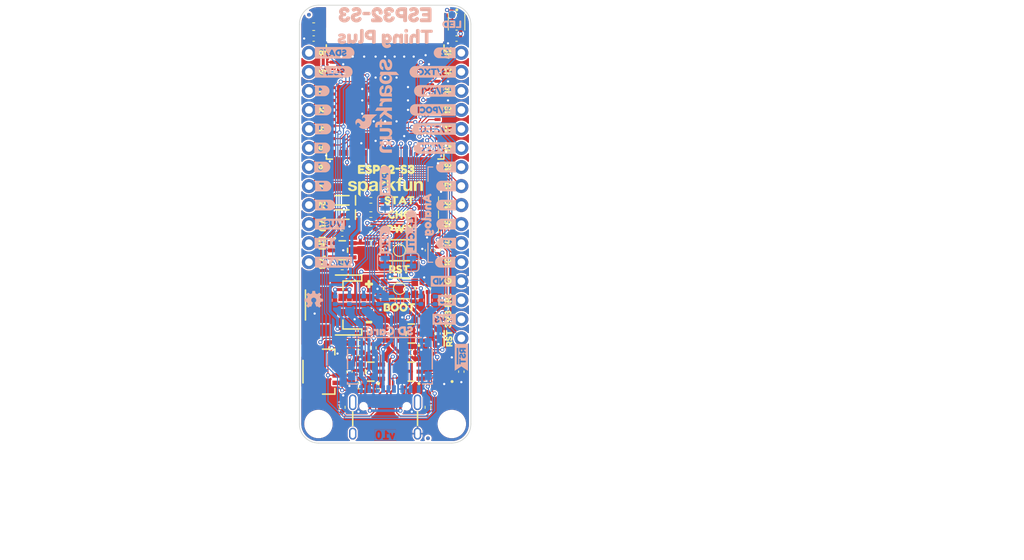
<source format=kicad_pcb>
(kicad_pcb (version 20221018) (generator pcbnew)
  (layers (0 "F.Cu" signal) (1 "In1.Cu" signal "In1.Cu - GND") (2 "In2.Cu" signal "In2.Cu -3V3") (31 "B.Cu" signal) (34 "B.Paste" user) (35 "F.Paste" user) (36 "B.SilkS" user "B.Silkscreen") (37 "F.SilkS" user "F.Silkscreen") (38 "B.Mask" user) (39 "F.Mask" user) (44 "Edge.Cuts" user))
  (net 0 "")
  (net 1 "GND")
  (net 2 "3.3V")
  (net 3 "VIN")
  (net 4 "Net-(D6-DOUT)")
  (net 5 "ESP~{RST}")
  (net 6 "ESP46{slash}LED")
  (net 8 "Net-(D4-A)")
  (net 9 "VBATT")
  (net 10 "Net-(D4-K)")
  (net 11 "Net-(D5-A)")
  (net 12 "ESP15{slash}A2")
  (net 13 "ESP18{slash}A5")
  (net 15 "Net-(JP1-A)")
  (net 16 "ESP17{slash}A4")
  (net 17 "Net-(D1-A)")
  (net 18 "ESP16{slash}A3")
  (net 19 "ESP1")
  (net 20 "ESP2")
  (net 21 "ESP4")
  (net 22 "ESP5")
  (net 23 "ESP6")
  (net 29 "ESP44{slash}RXI")
  (net 30 "ESP43{slash}TXO")
  (net 32 "ESP8{slash}SDA")
  (net 33 "ESP9{slash}SCL")
  (net 35 "Net-(JP2-A)")
  (net 36 "ESP42{slash}FREE")
  (net 37 "ESP0{slash}STAT")
  (net 38 "EN")
  (net 39 "Net-(U5-PROG)")
  (net 40 "Net-(JP3-A)")
  (net 41 "ESP45{slash}Q_EN")
  (net 45 "3.3V_P")
  (net 46 "VUSB")
  (net 47 "ESP33{slash}SDIO3")
  (net 48 "ESP47{slash}SDIO2")
  (net 49 "ESP34{slash}SDIO_CMD")
  (net 51 "ESP21")
  (net 52 "ESP20{slash}D+")
  (net 53 "ESP19{slash}D-")
  (net 54 "ESP13{slash}POCI")
  (net 55 "ESP11{slash}PICO")
  (net 56 "ESP12{slash}SCK")
  (net 57 "ESP7")
  (net 58 "ESP10{slash}A0")
  (net 59 "ESP14{slash}A1")
  (net 61 "ESP48{slash}SDIO_~{DET}")
  (net 62 "Net-(J1-CC1)")
  (net 63 "Net-(J1-CC2)")
  (net 64 "ESP38{slash}SDIO_CLK")
  (net 65 "ESP39{slash}SDIO0")
  (net 66 "ESP40{slash}SDIO1")
  (net 67 "ESP41{slash}LP_CTL")
  (net 72 "ESP35{slash}~{ALRT}")
  (footprint "SparkFun-LED:WS2812-2020" (layer "F.Cu") (at 122.555 96.2025 90)
    (fp_text reference "D6")
    (fp_text value "WS2812B")
  )
  (footprint "SparkFun-Resistor:R_0402_1005Metric" (layer "F.Cu") (at 109.5375 140.335)
    (fp_text reference "R15")
    (fp_text value "2.2k")
  )
  (footprint "SparkFun-Semiconductor-Standard:DFN-8" (layer "F.Cu") (at 120.9675 142.875 180)
    (fp_text reference "U4")
    (fp_text value "MAX17048")
  )
  (footprint "kibuzzard-656A35A5" (layer "F.Cu") (at 121.412 123.19 90)
    (fp_text reference "kibuzzard-656A35A5" hide)
    (fp_text value "G***" hide)
  )
  (footprint "kibuzzard-656A35AD" (layer "F.Cu") (at 121.412 125.73 90)
    (fp_text reference "kibuzzard-656A35AD" hide)
    (fp_text value "G***" hide)
  )
  (footprint "SparkFun-LED:LED_0603_1608Metric" (layer "F.Cu") (at 118.745 121.92 180)
    (fp_text reference "D4")
    (fp_text value "Yellow")
  )
  (footprint "SparkFun-Aesthetic:Fiducial_0.5mm_Mask1mm" (layer "F.Cu") (at 102.87 95.25)
    (fp_text reference "FID3")
    (fp_text value "Fiducial_0.5")
  )
  (footprint "kibuzzard-65A99A9C" (layer "F.Cu") (at 110.871 131.191)
    (fp_text reference "kibuzzard-65A99A9C" hide)
    (fp_text value "G***" hide)
  )
  (footprint "SparkFun-Capacitor:C_0402_1005Metric" (layer "F.Cu") (at 122.555 98.425 180)
    (fp_text reference "C8")
    (fp_text value "0.1uF")
  )
  (footprint "SparkFun-Resistor:R_0402_1005Metric" (layer "F.Cu") (at 120.015 126.6825 90)
    (fp_text reference "R8")
    (fp_text value "10k")
  )
  (footprint "kibuzzard-6569BE28" (layer "F.Cu") (at 114.935 129.2225)
    (fp_text reference "kibuzzard-6569BE28" hide)
    (fp_text value "G***" hide)
  )
  (footprint "SparkFun-Connector:USB-C-16P" (layer "F.Cu") (at 113.03 146.05375)
    (fp_text reference "J1")
    (fp_text value "USB_C_Receptacle")
  )
  (footprint "kibuzzard-656A368C" (layer "F.Cu") (at 104.648 107.95 -90)
    (fp_text reference "kibuzzard-656A368C" hide)
    (fp_text value "G***" hide)
  )
  (footprint "SparkFun-Resistor:R_0402_1005Metric" (layer "F.Cu") (at 109.5375 144.78 180)
    (fp_text reference "R12")
    (fp_text value "2.2k")
  )
  (footprint "kibuzzard-656A3D93" (layer "F.Cu") (at 121.412 135.89 90)
    (fp_text reference "kibuzzard-656A3D93" hide)
    (fp_text value "G***" hide)
  )
  (footprint "kibuzzard-656A361F" (layer "F.Cu") (at 121.412 138.43 90)
    (fp_text reference "kibuzzard-656A361F" hide)
    (fp_text value "G***" hide)
  )
  (footprint "SparkFun-Resistor:R_0402_1005Metric" (layer "F.Cu") (at 111.4425 139.7 -90)
    (fp_text reference "R17")
    (fp_text value "10k")
  )
  (footprint "SparkFun-Capacitor:C_0603_1608Metric" (layer "F.Cu") (at 113.03 137.795 90)
    (fp_text reference "C9")
    (fp_text value "4.7uF")
  )
  (footprint "kibuzzard-6569F8A4" (layer "F.Cu") (at 114.935 134.3025)
    (fp_text reference "kibuzzard-6569F8A4" hide)
    (fp_text value "G***" hide)
  )
  (footprint "SparkFun-LED:LED_0603_1608Metric" (layer "F.Cu") (at 118.745 123.825 180)
    (fp_text reference "D5")
    (fp_text value "Red")
  )
  (footprint "SparkFun-Resistor:R_0402_1005Metric" (layer "F.Cu") (at 107.315 128.905 180)
    (fp_text reference "R13")
    (fp_text value "100k")
  )
  (footprint "SparkFun-Capacitor:C_0402_1005Metric" (layer "F.Cu") (at 123.19 142.875 -90)
    (fp_text reference "C2")
    (fp_text value "0.1uF")
  )
  (footprint "kibuzzard-656A3567" (layer "F.Cu") (at 121.412 105.41 90)
    (fp_text reference "kibuzzard-656A3567" hide)
    (fp_text value "G***" hide)
  )
  (footprint "kibuzzard-656A3559" (layer "F.Cu") (at 121.412 110.49 90)
    (fp_text reference "kibuzzard-656A3559" hide)
    (fp_text value "G***" hide)
  )
  (footprint "kibuzzard-656A47C5" (layer "F.Cu") (at 121.412 100.33 90)
    (fp_text reference "kibuzzard-656A47C5" hide)
    (fp_text value "G***" hide)
  )
  (footprint "SparkFun-LED:LED_0603_1608Metric" (layer "F.Cu") (at 118.745 120.015 180)
    (fp_text reference "D1")
    (fp_text value "Green")
  )
  (footprint "SparkFun-Semiconductor-Standard:SOD-323" (layer "F.Cu") (at 107.315 120.015 180)
    (fp_text reference "D2")
    (fp_text value "3A")
  )
  (footprint "kibuzzard-656A3691" (layer "F.Cu") (at 104.648 110.49 -90)
    (fp_text reference "kibuzzard-656A3691" hide)
    (fp_text value "G***" hide)
  )
  (footprint "kibuzzard-656A36C2" (layer "F.Cu") (at 104.648 118.11 -90)
    (fp_text reference "kibuzzard-656A36C2" hide)
    (fp_text value "G***" hide)
  )
  (footprint "SparkFun-Resistor:R_0402_1005Metric" (layer "F.Cu") (at 111.125 123.825)
    (fp_text reference "R9")
    (fp_text value "4.7k")
  )
  (footprint "kibuzzard-656A3668" (layer "F.Cu") (at 104.648 100.33 -90)
    (fp_text reference "kibuzzard-656A3668" hide)
    (fp_text value "G***" hide)
  )
  (footprint "SparkFun-Resistor:R_0402_1005Metric" (layer "F.Cu") (at 116.5225 140.335)
    (fp_text reference "R16")
    (fp_text value "2.0k")
  )
  (footprint "kibuzzard-65A99912" (layer "F.Cu") (at 104.648 128.27 -90)
    (fp_text reference "kibuzzard-65A99912" hide)
    (fp_text value "G***" hide)
  )
  (footprint "SparkFun-Aesthetic:Fiducial_0.5mm_Mask1mm" (layer "F.Cu") (at 118.745 151.765)
    (fp_text reference "FID4")
    (fp_text value "Fiducial_0.5")
  )
  (footprint "kibuzzard-656A367B" (layer "F.Cu") (at 104.648 102.87 -90)
    (fp_text reference "kibuzzard-656A367B" hide)
    (fp_text value "G***" hide)
  )
  (footprint "SparkFun-Resistor:R_0402_1005Metric" (layer "F.Cu") (at 107.315 147.6375 90)
    (fp_text reference "R11")
    (fp_text value "5.1k")
  )
  (footprint "SparkFun-Switch:Momentary_SMD_4.6x2.8mm_h2.5mm" (layer "F.Cu") (at 114.935 126.6825)
    (fp_text reference "SW2")
    (fp_text value "4.6x2.8mm")
  )
  (footprint "kibuzzard-656A35B5" (layer "F.Cu") (at 121.412 128.27 90)
    (fp_text reference "kibuzzard-656A35B5" hide)
    (fp_text value "G***" hide)
  )
  (footprint "kibuzzard-656A3560" (layer "F.Cu") (at 121.412 107.95 90)
    (fp_text reference "kibuzzard-656A3560" hide)
    (fp_text value "G***" hide)
  )
  (footprint "SparkFun-Aesthetic:Creative_Commons_License" (layer "F.Cu") (at 108.585 163.83)
    (fp_text reference "G3" hide)
    (fp_text value "OSHW_Logo" hide)
  )
  (footprint "kibuzzard-6569BE4A" (layer "F.Cu") (at 114.935 120.015)
    (fp_text reference "kibuzzard-6569BE4A" hide)
    (fp_text value "G***" hide)
  )
  (footprint "SparkFun-Hardware:STAND-OFF" (layer "F.Cu") (at 104.14 149.86)
    (fp_text reference "ST1")
    (fp_text value "Stand_off")
  )
  (footprint "SparkFun-Semiconductor-Standard:SOT23-6" (layer "F.Cu") (at 116.5225 142.875 180)
    (fp_text reference "U2")
    (fp_text value "TVS_ESD_USB")
  )
  (footprint "SparkFun-Semiconductor-Standard:SOT23-5" (layer "F.Cu") (at 116.5225 137.795 180)
    (fp_text reference "U5")
    (fp_text value "MCP73831")
  )
  (footprint "kibuzzard-656A482A" (layer "F.Cu") (at 104.61625 120.65 -90)
    (fp_text reference "kibuzzard-656A482A" hide)
    (fp_text value "G***" hide)
  )
  (footprint "SparkFun-Aesthetic:SparkFun_Logo_NoFlame_10mm" (layer "F.Cu") (at 113.03 118.11)
    (fp_text reference "G***" hide)
    (fp_text value "LOGO" hide)
  )
  (footprint "kibuzzard-656A359E" (layer "F.Cu") (at 121.412 120.65 90)
    (fp_text reference "kibuzzard-656A359E" hide)
    (fp_text value "G***" hide)
  )
  (footprint "kibuzzard-656A3526" (layer "F.Cu") (at 121.412 102.87 90)
    (fp_text reference "kibuzzard-656A3526" hide)
    (fp_text value "G***" hide)
  )
  (footprint "SparkFun-Resistor:R_0402_1005Metric" (layer "F.Cu") (at 109.5375 139.065 180)
    (fp_text reference "R19")
    (fp_text value "100k")
  )
  (footprint "SparkFun-Semiconductor-Standard:SOD-323" (layer "F.Cu") (at 107.315 121.92 180)
    (fp_text reference "D3")
    (fp_text value "3A")
  )
  (footprint "SparkFun-Capacitor:C_0402_1005Metric" (layer "F.Cu") (at 103.505 98.425 180)
    (fp_text reference "C7")
    (fp_text value "4.7uF")
  )
  (footprint "kibuzzard-656A3591" (layer "F.Cu") (at 121.412 115.57 90)
    (fp_text reference "kibuzzard-656A3591" hide)
    (fp_text value "G***" hide)
  )
  (footprint "SparkFun-Aesthetic:ORDERING_INSTRUCTIONS" (layer "F.Cu") (at 134.62 101.6)
    (fp_text reference "U9" hide)
    (fp_text value "~" hide)
  )
  (footprint "SparkFun-Capacitor:C_0402_1005Metric" (layer "F.Cu") (at 120.015 137.795 -90)
    (fp_text reference "C12")
    (fp_text value "4.7uF")
  )
  (footprint "kibuzzard-656A3598" (layer "F.Cu") (at 121.412 118.11 90)
    (fp_text reference "kibuzzard-656A3598" hide)
    (fp_text value "G***" hide)
  )
  (footprint "SparkFun-Resistor:R_0402_1005Metric" (layer "F.Cu") (at 111.125 121.92 180)
    (fp_text reference "R14")
    (fp_text value "1k")
  )
  (footprint "kibuzzard-6569BE57" (layer "F.Cu") (at 114.935 123.825)
    (fp_text reference "kibuzzard-6569BE57" hide)
    (fp_text value "G***" hide)
  )
  (footprint "kibuzzard-65A9990D" (layer "F.Cu") (at 104.648 123.19 -90)
    (fp_text reference "kibuzzard-65A9990D" hide)
    (fp_text value "G***" hide)
  )
  (footprint "SparkFun-Capacitor:C_0402_1005Metric" (layer "F.Cu") (at 118.745 126.6825 -90)
    (fp_text reference "C6")
    (fp_text value "1.0uF")
  )
  (footprint "kibuzzard-656A35C4" (layer "F.Cu") (at 121.412 133.35 90)
    (fp_text reference "kibuzzard-656A35C4" hide)
    (fp_text value "G***" hide)
  )
  (footprint "SparkFun-Switch:Momentary_SMD_4.6x2.8mm_h2.5mm" (layer "F.Cu") (at 114.935 131.7625)
    (fp_text reference "SW1")
    (fp_text value "4.6x2.8mm")
  )
  (footprint "SparkFun-Connector:JST04_1MM_RA" (layer "F.Cu") (at 106.68 142.875 -90)
    (fp_text reference "J4")
    (fp_text value "Qwiic_Vertical")
  )
  (footprint "SparkFun-Semiconductor-Standard:SOT23-5" (layer "F.Cu") (at 107.315 126.6825)
    (fp_text reference "U6")
    (fp_text value "RT9080-3.3")
  )
  (footprint "kibuzzard-656A36A7" (layer "F.Cu") (at 104.648 115.57 -90)
    (fp_text reference "kibuzzard-656A36A7" hide)
    (fp_text value "G***" hide)
  )
  (footprint "kibuzzard-65A99AA3" (layer "F.Cu") (at 110.871 136.271)
    (fp_text reference "kibuzzard-65A99AA3" hide)
    (fp_text value "G***" hide)
  )
  (footprint "kibuzzard-6569BF02" (layer "F.Cu") (at 114.935 121.92)
    (fp_text reference "kibuzzard-6569BF02" hide)
    (fp_text value "G***" hide)
  )
  (footprint "SparkFun-Resistor:R_0402_1005Metric" (layer "F.Cu") (at 118.745 147.6375 -90)
    (fp_text reference "R10")
    (fp_text value "5.1k")
  )
  (footprint "kibuzzard-656A3878" (layer "F.Cu") (at 104.648 125.73 -90)
    (fp_text reference "kibuzzard-656A3878" hide)
    (fp_text value "G***" hide)
  )
  (footprint "SparkFun-Board:ThingPlus" (layer "F.Cu") (at 113.03 123.19)
    (fp_text reference "U10")
    (fp_text value "ThingPlus")
  )
  (footprint "kibuzzard-656A35BC" (layer "F.Cu") (at 121.412 130.81 90)
    (fp_text reference "kibuzzard-656A35BC" hide)
    (fp_text value "G***" hide)
  )
  (footprint "SparkFun-Capacitor:C_0402_1005Metric" (layer "F.Cu") (at 107.315 124.46)
    (fp_text reference "C10")
    (fp_text value "2.2uF")
  )
  (footprint "SparkFun-RF:ESP32-MINI" (layer "F.Cu") (at 113.03 106.68)
    (fp_text reference "U3")
    (fp_text value "ESP32-S3-MINI" hide)
  )
  (footprint "SparkFun-Capacitor:C_0603_1608Metric" (layer "F.Cu") (at 103.505 96.8375)
    (fp_text reference "C1")
    (fp_text value "22uF")
  )
  (footprint "SparkFun-Semiconductor-Standard:SOT23-5" (layer "F.Cu") (at 111.125 142.875 180)
    (fp_text reference "U1")
    (fp_text value "RT9080-3.3")
  )
  (footprint "SparkFun-Capacitor:C_0402_1005Metric" (layer "F.Cu") (at 111.125 125.73)
    (fp_text reference "C13")
    (fp_text value "1.0uF")
  )
  (footprint "SparkFun-Capacitor:C_0402_1005Metric" (layer "F.Cu") (at 108.2675 142.875 -90)
    (fp_text reference "C3")
    (fp_text value "10uF")
  )
  (footprint "kibuzzard-656A3687" (layer "F.Cu") (at 104.648 105.41 -90)
    (fp_text reference "kibuzzard-656A3687" hide)
    (fp_text value "G***" hide)
  )
  (footprint "SparkFun-Hardware:STAND-OFF" (layer "F.Cu") (at 121.92 149.86)
    (fp_text reference "ST3")
    (fp_text value "Stand_off")
  )
  (footprint "SparkFun-Capacitor:C_0402_1005Metric" (layer "F.Cu") (at 118.745 131.7625 90)
    (fp_text reference "C11")
    (fp_text value "0.1uF")
  )
  (footprint "SparkFun-Capacitor:C_0402_1005Metric" (layer "F.Cu") (at 112.0775 144.78 180)
    (fp_text reference "C14")
    (fp_text value "2.2uF")
  )
  (footprint "kibuzzard-656A3552" (layer "F.Cu") (at 121.412 113.03 90)
    (fp_text reference "kibuzzard-656A3552" hide)
    (fp_text value "G***" hide)
  )
  (footprint "SparkFun-Connector:JST-2-SMD" (layer "F.Cu") (at 105.41 133.985 90)
    (fp_text reference "J3")
    (fp_text value "JST_2mm_LiPo")
  )
  (footprint "kibuzzard-656A36A2" (layer "F.Cu") (at 104.648 113.03 -90)
    (fp_text reference "kibuzzard-656A36A2" hide)
    (fp_text value "G***" hide)
  )
  (footprint "SparkFun-Resistor:R_0402_1005Metric" (layer "F.Cu") (at 111.125 120.015)
    (fp_text reference "R7")
    (fp_text value "330")
  )
  (footprint "kibuzzard-656A4896" (layer "F.Cu") (at 113.18875 115.8875)
    (fp_text reference "kibuzzard-656A4896" hide)
    (fp_text value "G***" hide)
  )
  (footprint "kibuzzard-65A99287" (layer "B.Cu") (at 121.158 125.73 180)
    (fp_text reference "kibuzzard-65A99287" hide)
    (fp_text value "G***" hide)
  )
  (footprint "kibuzzard-65A99354" (layer "B.Cu") (at 104.648 113.03 180)
    (fp_text reference "kibuzzard-65A99354" hide)
    (fp_text value "G***" hide)
  )
  (footprint "SparkFun-Connector:TestPoint-1.0mm" (layer "B.Cu") (at 113.665 130.175 180)
    (fp_text reference "TP2")
    (fp_text value "1.0mm")
  )
  (footprint "kibuzzard-65A9928A" (layer "B.Cu") (at 121.031 128.27 180)
    (fp_text reference "kibuzzard-65A9928A" hide)
    (fp_text value "G***" hide)
  )
  (footprint "SparkFun-Resistor:R_0402_1005Metric" (layer "B.Cu") (at 106.3625 133.35 -90)
    (fp_text reference "R5")
    (fp_text value "10k")
  )
  (footprint "SparkFun-Jumper:SMT-JUMPER_2_NC_TRACE_SILK" (layer "B.Cu") (at 113.03 128.27 -90)
    (fp_text reference "JP3")
    (fp_text value "CHG")
  )
  (footprint "kibuzzard-65A9927C" (layer "B.Cu") (at 121.158 118.11 180)
    (fp_text reference "kibuzzard-65A9927C" hide)
    (fp_text value "G***" hide)
  )
  (footprint "SparkFun-Capacitor:C_0402_1005Metric" (layer "B.Cu") (at 113.9825 133.35 90)
    (fp_text reference "C5")
    (fp_text value "0.1uF")
  )
  (footprint "kibuzzard-65AA9C9F" (layer "B.Cu") (at 116.5225 124.1425 -90)
    (fp_text reference "kibuzzard-65AA9C9F" hide)
    (fp_text value "G***" hide)
  )
  (footprint "kibuzzard-65A99367" (layer "B.Cu") (at 105.029 125.73 180)
    (fp_text reference "kibuzzard-65A99367" hide)
    (fp_text value "G***" hide)
  )
  (footprint "kibuzzard-65A9923A" (layer "B.Cu") (at 120.9675 100.33 180)
    (fp_text reference "kibuzzard-65A9923A" hide)
    (fp_text value "G***" hide)
  )
  (footprint "SparkFun-Aesthetic:SparkFun_Logo_12.5mm" (layer "B.Cu") (at 113.03 107.315 -90)
    (fp_text reference "G***" hide)
    (fp_text value "LOGO" hide)
  )
  (footprint "kibuzzard-656A31AF" (layer "B.Cu") (at 118.745 121.92 -90)
    (fp_text reference "kibuzzard-656A31AF" hide)
    (fp_text value "G***" hide)
  )
  (footprint "SparkFun-Resistor:R_0402_1005Metric" (layer "B.Cu") (at 117.7925 133.35 -90)
    (fp_text reference "R3")
    (fp_text value "10k")
  )
  (footprint "kibuzzard-65A99297" (layer "B.Cu") (at 120.904 135.89 180)
    (fp_text reference "kibuzzard-65A99297" hide)
    (fp_text value "G***" hide)
  )
  (footprint "kibuzzard-656A32FE" (layer "B.Cu") (at 113.03 117.348 -90)
    (fp_text reference "kibuzzard-656A32FE" hide)
    (fp_text value "G***" hide)
  )
  (footprint "SparkFun-Connector:microSD_Friction_Fit_Atom" (layer "B.Cu") (at 113.665 141.224 180)
    (fp_text reference "J2")
    (fp_text value "microSD_Friction")
  )
  (footprint "kibuzzard-65A99359" (layer "B.Cu") (at 104.648 115.57 180)
    (fp_text reference "kibuzzard-65A99359" hide)
    (fp_text value "G***" hide)
  )
  (footprint "SparkFun-Resistor:R_0402_1005Metric" (layer "B.Cu") (at 110.1725 133.35 -90)
    (fp_text reference "R1")
    (fp_text value "10k")
  )
  (footprint "kibuzzard-65A9935C" (layer "B.Cu") (at 104.775 118.11 180)
    (fp_text reference "kibuzzard-65A9935C" hide)
    (fp_text value "G***" hide)
  )
  (footprint "kibuzzard-65A9928E" (layer "B.Cu") (at 120.777 130.81 180)
    (fp_text reference "kibuzzard-65A9928E" hide)
    (fp_text value "G***" hide)
  )
  (footprint "kibuzzard-65A99933" (layer "B.Cu") (at 121.92 96.52 180)
    (fp_text reference "kibuzzard-65A99933" hide)
    (fp_text value "G***" hide)
  )
  (footprint "kibuzzard-65A99283" (layer "B.Cu") (at 121.158 123.19 180)
    (fp_text reference "kibuzzard-65A99283" hide)
    (fp_text value "G***" hide)
  )
  (footprint "kibuzzard-65A99335" (layer "B.Cu") (at 106.299 100.33 180)
    (fp_text reference "kibuzzard-65A99335" hide)
    (fp_text value "G***" hide)
  )
  (footprint "kibuzzard-65A99346" (layer "B.Cu") (at 104.775 107.95 180)
    (fp_text reference "kibuzzard-65A99346" hide)
    (fp_text value "G***" hide)
  )
  (footprint "SparkFun-Aesthetic:Fiducial_0.5mm_Mask1mm" (layer "B.Cu") (at 102.87 95.25 180)
    (fp_text reference "FID2")
    (fp_text value "Fiducial_0.5")
  )
  (footprint "kibuzzard-65A992E3" (layer "B.Cu") (at 123.19 140.97 -90)
    (fp_text reference "kibuzzard-65A992E3" hide)
    (fp_text value "G***" hide)
  )
  (footprint "kibuzzard-65A9933C" (layer "B.Cu") (at 106.172 102.87 180)
    (fp_text reference "kibuzzard-65A9933C" hide)
    (fp_text value "G***" hide)
  )
  (footprint "SparkFun-Aesthetic:Fiducial_0.5mm_Mask1mm" (layer "B.Cu") (at 118.745 151.765 180)
    (fp_text reference "FID1")
    (fp_text value "Fiducial_0.5")
  )
  (footprint "kibuzzard-65A9936B" (layer "B.Cu") (at 106.172 128.27 180)
    (fp_text reference "kibuzzard-65A9936B" hide)
    (fp_text value "G***" hide)
  )
  (footprint "kibuzzard-6569F7FC" (layer "B.Cu") (at 113.03 95.25 180)
    (fp_text reference "kibuzzard-6569F7FC" hide)
    (fp_text value "G***" hide)
  )
  (footprint "kibuzzard-65A99292" (layer "B.Cu") (at 121.285 133.35 180)
    (fp_text reference "kibuzzard-65A99292" hide)
    (fp_text value "G***" hide)
  )
  (footprint "kibuzzard-65A403E0" (layer "B.Cu") (at 113.03 98.425 180)
    (fp_text reference "kibuzzard-65A403E0" hide)
    (fp_text value "G***" hide)
  )
  (footprint "kibuzzard-65A99252" (layer "B.Cu") (at 119.38 102.87 180)
    (fp_text reference "kibuzzard-65A99252" hide)
    (fp_text value "G***" hide)
  )
  (footprint "kibuzzard-65A9926C" (layer "B.Cu") (at 119.38 107.95 180)
    (fp_text reference "kibuzzard-65A9926C" hide)
    (fp_text value "G***" hide)
  )
  (footprint "SparkFun-Connector:TestPoint-1.0mm" (layer "B.Cu") (at 121.92 95.25 180)
    (fp_text reference "TP1")
    (fp_text value "1.0mm")
  )
  (footprint "SparkFun-Capacitor:C_0402_1005Metric" (layer "B.Cu") (at 112.0775 133.35 90)
    (fp_text reference "C4")
    (fp_text value "10uF")
  )
  (footprint "kibuzzard-656A32A0" (layer "B.Cu") (at 113.03 125.222 -90)
    (fp_text reference "kibuzzard-656A32A0" hide)
    (fp_text value "G***" hide)
  )
  (footprint "SparkFun-Aesthetic:OSHW_Logo_2.5mm" (layer "B.Cu") (at 103.505 133.35 180)
    (fp_text reference "Ref**" hide)
    (fp_text value "Val**" hide)
  )
  (footprint "SparkFun-Jumper:SMT-JUMPER_2_NC_TRACE_SILK" (layer "B.Cu") (at 113.03 120.5357 90)
    (fp_text reference "JP1")
    (fp_text value "PWR")
  )
  (footprint "kibuzzard-65A9934B" (layer "B.Cu") (at 104.648 105.41 180)
    (fp_text reference "kibuzzard-65A9934B" hide)
    (fp_text value "G***" hide)
  )
  (footprint "SparkFun-Resistor:R_0402_1005Metric" (layer "B.Cu") (at 119.6975 133.35 -90)
    (fp_text reference "R4")
    (fp_text value "10k")
  )
  (footprint "kibuzzard-65A9927F" (layer "B.Cu") (at 121.158 120.65 180)
    (fp_text reference "kibuzzard-65A9927F" hide)
    (fp_text value "G***" hide)
  )
  (footprint "kibuzzard-65A99278" (layer "B.Cu") (at 121.158 115.57 180)
    (fp_text reference "kibuzzard-65A99278" hide)
    (fp_text value "G***" hide)
  )
  (footprint "kibuzzard-65A99274" (layer "B.Cu") (at 119.634 113.03 180)
    (fp_text reference "kibuzzard-65A99274" hide)
    (fp_text value "G***" hide)
  )
  (footprint "SparkFun-Jumper:SMT-JUMPER_2_NC_TRACE_SILK" (layer "B.Cu") (at 116.5225 128.27 90)
    (fp_text reference "JP2")
    (fp_text value "LP_CTL")
  )
  (footprint "kibuzzard-65A99360" (layer "B.Cu") (at 105.029 120.65 180)
    (fp_text reference "kibuzzard-65A99360" hide)
    (fp_text value "G***" hide)
  )
  (footprint "kibuzzard-65A9926F" (layer "B.Cu") (at 119.507 110.49 180)
    (fp_text reference "kibuzzard-65A9926F" hide)
    (fp_text value "G***" hide)
  )
  (footprint "SparkFun-Resistor:R_0402_1005Metric" (layer "B.Cu") (at 108.2675 133.35 -90)
    (fp_text reference "R6")
    (fp_text value "10k")
  )
  (footprint "kibuzzard-65A99E72" (layer "B.Cu") (at 113.665 137.414 180)
    (fp_text reference "kibuzzard-65A99E72" hide)
    (fp_text value "G***" hide)
  )
  (footprint "kibuzzard-65A99268" (layer "B.Cu") (at 119.634 105.41 180)
    (fp_text reference "kibuzzard-65A99268" hide)
    (fp_text value "G***" hide)
  )
  (footprint "kibuzzard-65A99364" (layer "B.Cu") (at 105.664 123.19 180)
    (fp_text reference "kibuzzard-65A99364" hide)
    (fp_text value "G***" hide)
  )
  (footprint "SparkFun-Resistor:R_0402_1005Metric" (layer "B.Cu") (at 115.8875 133.35 -90)
    (fp_text reference "R2")
    (fp_text value "10k")
  )
  (footprint "kibuzzard-65A99350" (layer "B.Cu") (at 104.775 110.49 180)
    (fp_text reference "kibuzzard-65A99350" hide)
    (fp_text value "G***" hide)
  )
  (gr_line (start 118.745 115.57) (end 118.745 117.475) (stroke (width 0.15)) (layer "B.SilkS"))
  (gr_line (start 119.38 115.57) (end 118.745 115.57) (stroke (width 0.15)) (layer "B.SilkS"))
  (gr_line (start 119.38 128.27) (end 118.745 128.27) (stroke (width 0.15)) (layer "B.SilkS"))
  (gr_line (start 118.745 128.27) (end 118.745 125.73) (stroke (width 0.15)) (layer "B.SilkS"))
  (gr_arc (start 124.46 149.86) (mid 123.716051 151.656051) (end 121.92 152.4) (stroke (width 0.1)) (layer "Edge.Cuts"))
  (gr_line (start 101.6 149.86) (end 101.6 96.52) (stroke (width 0.1)) (layer "Edge.Cuts"))
  (gr_line (start 124.46 96.52) (end 124.46 149.86) (stroke (width 0.1)) (layer "Edge.Cuts"))
  (gr_line (start 104.14 93.98) (end 121.92 93.98) (stroke (width 0.1)) (layer "Edge.Cuts"))
  (gr_line (start 121.92 152.4) (end 104.14 152.4) (stroke (width 0.1)) (layer "Edge.Cuts"))
  (gr_arc (start 121.92 93.98) (mid 123.716051 94.723949) (end 124.46 96.52) (stroke (width 0.1)) (layer "Edge.Cuts"))
  (gr_arc (start 104.14 152.4) (mid 102.343949 151.656051) (end 101.6 149.86) (stroke (width 0.1)) (layer "Edge.Cuts"))
  (gr_arc (start 101.6 96.52) (mid 102.343949 94.723949) (end 104.14 93.98) (stroke (width 0.1)) (layer "Edge.Cuts"))
  (gr_text "v10" (at 113.03 151.384) (layer "B.Cu" knockout) (effects (font (size 1 1) (thickness 0.25) bold) (justify mirror)))
  (segment (start 113.03 108.33) (end 114.68 108.33) (width 0.4064) (layer "F.Cu") (net 1))
  (segment (start 120.03 103.28) (end 119.028 103.28) (width 0.4064) (layer "F.Cu") (net 1))
  (segment (start 117.28 100.398) (end 116.84 100.838) (width 0.4064) (layer "F.Cu") (net 1))
  (segment (start 116.255 146.39375) (end 116.255 146.912814) (width 0.1524) (layer "F.Cu") (net 1))
  (segment (start 113.03 105.03) (end 114.68 105.03) (width 0.4064) (layer "F.Cu") (net 1))
  (segment (start 112.4251 142.875) (end 111.7889 142.875) (width 0.4064) (layer "F.Cu") (net 1))
  (segment (start 111.38 106.68) (end 109.982 106.68) (width 0.4064) (layer "F.Cu") (net 1))
  (segment (start 107.08 99.68) (end 106.03 99.68) (width 0.4064) (layer "F.Cu") (net 1))
  (segment (start 108.2675 143.65) (end 108.2675 144.4625) (width 0.1524) (layer "F.Cu") (net 1))
  (segment (start 113.88 99.68) (end 113.88 100.418) (width 0.4064) (layer "F.Cu") (net 1))
  (segment (start 116.5712 147.229014) (end 116.5712 147.447) (width 0.1524) (layer "F.Cu") (net 1))
  (segment (start 106.03 113.68) (end 105.268 113.68) (width 0.4064) (layer "F.Cu") (net 1))
  (segment (start 115.690592 108.33) (end 116.074296 107.946296) (width 0.4064) (layer "F.Cu") (net 1))
  (segment (start 109.92235 145.66515) (end 109.855 145.66515) (width 0.1524) (layer "F.Cu") (net 1))
  (segment (start 111.38 104.012) (end 111.76 103.632) (width 0.4064) (layer "F.Cu") (net 1))
  (segment (start 113.03 99.68) (end 113.03 100.838) (width 0.4064) (layer "F.Cu") (net 1))
  (segment (start 121.016 113.68) (end 121.158 113.538) (width 0.4064) (layer "F.Cu") (net 1))
  (segment (start 111.38 105.03) (end 110.108 105.03) (width 0.4064) (layer "F.Cu") (net 1))
  (segment (start 114.68 105.03) (end 115.95 105.03) (width 0.4064) (layer "F.Cu") (net 1))
  (segment (start 111.33 100.408) (end 111.76 100.838) (width 0.4064) (layer "F.Cu") (net 1))
  (segment (start 111.38 109.348) (end 111.506 109.474) (width 0.4064) (layer "F.Cu") (net 1))
  (segment (start 106.03 101.58) (end 107.168 101.58) (width 0.4064) (layer "F.Cu") (net 1))
  (segment (start 119.9775 142.625) (end 120.7175 142.625) (width 0.1524) (layer "F.Cu") (net 1))
  (segment (start 118.13 100.35) (end 118.4275 100.6475) (width 0.4064) (layer "F.Cu") (net 1))
  (segment (start 114.73 100.408) (end 114.3 100.838) (width 0.4064) (layer "F.Cu") (net 1))
  (segment (start 111.7889 142.875) (end 110.998 142.0841) (width 0.4064) (layer "F.Cu") (net 1))
  (segment (start 118.98 99.68) (end 118.98 100.4125) (width 0.4064) (layer "F.Cu") (net 1))
  (segment (start 111.38 105.03) (end 111.38 106.68) (width 0.4064) (layer "F.Cu") (net 1))
  (segment (start 114.68 103.758) (end 114.554 103.632) (width 0.4064) (layer "F.Cu") (net 1))
  (segment (start 111.38 106.68) (end 113.03 106.68) (width 0.4064) (layer "F.Cu") (net 1))
  (segment (start 113.03 106.68) (end 113.03 108.33) (width 0.4064) (layer "F.Cu") (net 1))
  (segment (start 107.93 99.68) (end 107.93 100.056) (width 0.4064) (layer "F.Cu") (net 1))
  (segment (start 115.58 100.828) (end 115.57 100.838) (width 0.4064) (layer "F.Cu") (net 1))
  (segment (start 120.7175 142.625) (end 120.9675 142.875) (width 0.1524) (layer "F.Cu") (net 1))
  (segment (start 110.11 108.33) (end 109.982 108.458) (width 0.4064) (layer "F.Cu") (net 1))
  (segment (start 113.88 100.418) (end 114.3 100.838) (width 0.4064) (layer "F.Cu") (net 1))
  (segment (start 106.03 99.68) (end 106.03 100.73) (width 0.4064) (layer "F.Cu") (net 1))
  (segment (start 120.075629 115.0614) (end 120.03 115.015771) (width 0.4064) (layer "F.Cu") (net 1))
  (segment (start 118.745 142.875) (end 119.126 142.494) (width 0.4064) (layer "F.Cu") (net 1))
  (segment (start 114.68 105.03) (end 114.68 103.758) (width 0.4064) (layer "F.Cu") (net 1))
  (segment (start 109.63 100.232) (end 110.236 100.838) (width 0.4064) (layer "F.Cu") (net 1))
  (segment (start 106.03 113.68) (end 106.03 114.442) (width 0.4064) (layer "F.Cu") (net 1))
  (segment (start 115.95 105.03) (end 116.078 104.902) (width 0.4064) (layer "F.Cu") (net 1))
  (segment (start 111.33 99.68) (end 111.33 100.408) (width 0.4064) (layer "F.Cu") (net 1))
  (segment (start 110.48 100.594) (end 110.236 100.838) (width 0.4064) (layer "F.Cu") (net 1))
  (segment (start 118.872 103.124) (end 118.872 101.854) (width 0.4064) (layer "F.Cu") (net 1))
  (segment (start 117.28 99.68) (end 117.28 100.398) (width 0.4064) (layer "F.Cu") (net 1))
  (segment (start 120.03 103.28) (end 120.03 102.43) (width 0.4064) (layer "F.Cu") (net 1))
  (segment (start 116.43 100.428) (end 116.84 100.838) (width 0.4064) (layer "F.Cu") (net 1))
  (segment (start 116.647934 145.041117) (end 116.669348 145.019703) (width 0.4064) (layer "F.Cu") (net 1))
  (segment (start 113.03 106.68) (end 113.03 105.03) (width 0.4064) (layer "F.Cu") (net 1))
  (segment (start 118.13 99.68) (end 118.13 100.35) (width 0.4064) (layer "F.Cu") (net 1))
  (segment (start 112.18 100.418) (end 111.76 100.838) (width 0.4064) (layer "F.Cu") (net 1))
  (segment (start 109.63 99.68) (end 109.63 100.232) (width 0.4064) (layer "F.Cu") (net 1))
  (segment (start 107.82685 145.66515) (end 107.442 146.05) (width 0.1524) (layer "F.Cu") (net 1))
  (segment (start 116.669348 145.019703) (end 117.583025 145.019703) (width 0.4064) (layer "F.Cu") (net 1))
  (segment (start 105.268 113.68) (end 105.156 113.792) (width 0.4064) (layer "F.Cu") (net 1))
  (segment (start 109.92235 145.66515) (end 110.71235 145.66515) (width 0.1524) (layer "F.Cu") (net 1))
  (segment (start 114.73 99.68) (end 114.73 100.408) (width 0.4064) (layer "F.Cu") (net 1))
  (segment (start 111.38 108.33) (end 111.38 109.348) (width 0.4064) (layer "F.Cu") (net 1))
  (segment (start 111.38 108.33) (end 110.11 108.33) (width 0.4064) (layer "F.Cu") (net 1))
  (segment (start 116.255 146.39375) (end 116.255 145.512571) (width 0.4064) (layer "F.Cu") (net 1))
  (segment (start 118.745 100.6475) (end 118.4275 100.6475) (width 0.4064) (layer "F.Cu") (net 1))
  (segment (start 109.0275 139.065) (end 108.2675 139.065) (width 0.1524) (layer "F.Cu") (net 1))
  (segment (start 109.805 146.912814) (end 109.474 147.243814) (width 0.1524) (layer "F.Cu") (net 1))
  (segment (start 120.03 102.43) (end 119.448 102.43) (width 0.4064) (layer "F.Cu") (net 1))
  (segment (start 119.9775 142.625) (end 119.257 142.625) (width 0.1524) (layer "F.Cu") (net 1))
  (segment (start 120.03 115.015771) (end 120.03 113.68) (width 0.4064) (layer "F.Cu") (net 1))
  (segment (start 119.257 142.625) (end 119.126 142.494) (width 0.1524) (layer "F.Cu") (net 1))
  (segment (start 109.474 147.243814) (end 109.474 147.32) (width 0.1524) (layer "F.Cu") (net 1))
  (segment (start 110.704198 141.218098) (end 109.728 141.218098) (width 0.4064) (layer "F.Cu") (net 1))
  (segment (start 109.805 146.39375) (end 109.805 146.912814) (width 0.1524) (layer "F.Cu") (net 1))
  (segment (start 119.448 102.43) (end 118.872 101.854) (width 0.4064) (layer "F.Cu") (net 1))
  (segment (start 115.58 99.68) (end 115.58 100.828) (width 0.4064) (layer "F.Cu") (net 1))
  (segment (start 108.78 99.68) (end 108.78 100.77) (width 0.4064) (layer "F.Cu") (net 1))
  (segment (start 110.108 105.03) (end 109.982 105.156) (width 0.4064) (layer "F.Cu") (net 1))
  (segment (start 107.08 99.68) (end 107.08 100.73) (width 0.4064) (layer "F.Cu") (net 1))
  (segment (start 114.68 106.68) (end 113.03 106.68) (width 0.4064) (layer "F.Cu") (net 1))
  (segment (start 109.855 145.66515) (end 107.82685 145.66515) (width 0.1524) (layer "F.Cu") (net 1))
  (segment (start 120.03 113.68) (end 121.016 113.68) (width 0.4064) (layer "F.Cu") (net 1))
  (segment (start 113.03 105.03) (end 111.38 105.03) (width 0.4064) (layer "F.Cu") (net 1))
  (segment (start 114.68 108.33) (end 115.690592 108.33) (width 0.4064) (layer "F.Cu") (net 1))
  (segment (start 116.255 145.512571) (end 116.255 145.434051) (width 0.4064) (layer "F.Cu") (net 1))
  (segment (start 107.93 100.056) (end 108.712 100.838) (width 0.4064) (layer "F.Cu") (net 1))
  (segment (start 107.168 101.58) (end 107.442 101.854) (width 0.4064) (layer "F.Cu") (net 1))
  (segment (start 108.78 100.77) (end 108.712 100.838) (width 0.4064) (layer "F.Cu") (net 1))
  (segment (start 113.03 105.03) (end 113.03 103.632) (width 0.4064) (layer "F.Cu") (net 1))
  (segment (start 111.38 105.03) (end 111.38 104.012) (width 0.4064) (layer "F.Cu") (net 1))
  (segment (start 116.255 145.434051) (end 116.647934 145.041117) (width 0.4064) (layer "F.Cu") (net 1))
  (segment (start 119.028 103.28) (end 118.872 103.124) (width 0.4064) (layer "F.Cu") (net 1))
  (segment (start 111.38 108.33) (end 113.03 108.33) (width 0.4064) (layer "F.Cu") (net 1))
  (segment (start 109.805 146.39375) (end 109.805 145.71515) (width 0.1524) (layer "F.Cu") (net 1))
  (segment (start 110.48 99.68) (end 110.48 100.594) (width 0.4064) (layer "F.Cu") (net 1))
  (segment (start 107.08 100.73) (end 107.188 100.838) (width 0.4064) (layer "F.Cu") (net 1))
  (segment (start 110.998 142.0841) (end 110.998 141.5119) (width 0.4064) (layer "F.Cu") (net 1))
  (segment (start 118.98 100.4125) (end 118.745 100.6475) (width 0.4064) (layer "F.Cu") (net 1))
  (segment (start 120.792 99.68) (end 121.412 99.06) (width 0.4064) (layer "F.Cu") (net 1))
  (segment (start 116.43 99.68) (end 116.43 100.428) (width 0.4064) (layer "F.Cu") (net 1))
  (segment (start 117.8226 142.875) (end 118.745 142.875) (width 0.4064) (layer "F.Cu") (net 1))
  (segment (start 106.03 114.442) (end 105.664 114.808) (width 0.4064) (layer "F.Cu") (net 1))
  (segment (start 111.38 106.68) (end 111.38 108.33) (width 0.4064) (layer "F.Cu") (net 1))
  (segment (start 118.98 99.68) (end 120.03 99.68) (width 0.4064) (layer "F.Cu") (net 1))
  (segment (start 112.18 99.68) (end 112.18 100.418) (width 0.4064) (layer "F.Cu") (net 1))
  (segment (start 114.68 106.68) (end 114.68 108.33) (width 0.4064) (layer "F.Cu") (net 1))
  (segment (start 120.03 99.68) (end 120.792 99.68) (width 0.4064) (layer "F.Cu") (net 1))
  (segment (start 113.03 108.33) (end 113.03 109.474) (width 0.4064) (layer "F.Cu") (net 1))
  (segment (start 114.68 108.33) (end 114.68 109.340592) (width 0.4064) (layer "F.Cu") (net 1))
  (segment (start 114.68 106.68) (end 116.078 106.68) (width 0.4064) (layer "F.Cu") (net 1))
  (segment (start 110.998 141.5119) (end 110.704198 141.218098) (width 0.4064) (layer "F.Cu") (net 1))
  (segment (start 116.255 146.912814) (end 116.5712 147.229014) (width 0.1524) (layer "F.Cu") (net 1))
  (segment (start 106.03 100.73) (end 107.08 100.73) (width 0.4064) (layer "F.Cu") (net 1))
  (segment (start 114.68 109.340592) (end 114.550296 109.470296) (width 0.4064) (layer "F.Cu") (net 1))
  (segment (start 109.805 145.71515) (end 109.855 145.66515) (width 0.1524) (layer "F.Cu") (net 1))
  (via (at 108.2675 123.5075) (size 0.56) (drill 0.3) (layers "F.Cu" "B.Cu") (net 1))
  (via (at 111.76 103.632) (size 0.56) (drill 0.3) (layers "F.Cu" "B.Cu") (net 1))
  (via (at 116.586 148.209) (size 0.56) (drill 0.3) (layers "F.Cu" "B.Cu") (net 1))
  (via (at 116.078 106.68) (size 0.56) (drill 0.3) (layers "F.Cu" "B.Cu") (net 1))
  (via (at 118.618 124.968) (size 0.56) (drill 0.3) (layers "F.Cu" "B.Cu") (net 1))
  (via (at 108.966 135.89) (size 0.56) (drill 0.3) (layers "F.Cu" "B.Cu") (net 1))
  (via (at 111.5075 140.97) (size 0.56) (drill 0.3) (layers "F.Cu" "B.Cu") (net 1))
  (via (at 114.554 109.474) (size 0.56) (drill 0.3) (layers "F.Cu" "B.Cu") (net 1))
  (via (at 109.855 112.395) (size 0.56) (drill 0.3) (layers "F.Cu" "B.Cu") (net 1))
  (via (at 109.982 105.156) (size 0.56) (drill 0.3) (layers "F.Cu" "B.Cu") (net 1))
  (via (at 121.412 104.14) (size 0.56) (drill 0.3) (layers "F.Cu" "B.Cu") (net 1))
  (via (at 108.2675 144.78) (size 0.56) (drill 0.3) (layers "F.Cu" "B.Cu") (net 1))
  (via (at 121.158 113.538) (size 0.56) (drill 0.3) (layers "F.Cu" "B.Cu") (net 1))
  (via (at 105.664 114.808) (size 0.56) (drill 0.3) (layers "F.Cu" "B.Cu") (net 1))
  (via (at 112.014 131.826) (size 0.56) (drill 0.3) (layers "F.Cu" "B.Cu") (net 1))
  (via (at 107.188 100.838) (size 0.56) (drill 0.3) (layers "F.Cu" "B.Cu") (net 1))
  (via (at 109.474 148.209) (size 0.56) (drill 0.3) (layers "F.Cu" "B.Cu") (net 1))
  (via (at 115.57 100.838) (size 0.56) (drill 0.3) (layers "F.Cu" "B.Cu") (net 1))
  (via (at 109.728 141.218098) (size 0.56) (drill 0.3) (layers "F.Cu" "B.Cu") (net 1))
  (via (at 121.412 106.68) (size 0.56) (drill 0.3) (layers "F.Cu" "B.Cu") (net 1))
  (via (at 118.196902 145.415) (size 0.56) (drill 0.3) (layers "F.Cu" "B.Cu") (net 1))
  (via (at 113.686463 126.634382) (size 0.56) (drill 0.3) (layers "F.Cu" "B.Cu") (net 1))
  (via (at 118.872 101.854) (size 0.56) (drill 0.3) (layers "F.Cu" "B.Cu") (net 1))
  (via (at 121.92 140.97) (size 0.56) (drill 0.3) (layers "F.Cu" "B.Cu") (net 1))
  (via (at 105.156 114.046) (size 0.56) (drill 0.3) (layers "F.Cu" "B.Cu") (net 1))
  (via (at 118.2369 130.302) (size 0.56) (drill 0.3) (layers "F.Cu" "B.Cu") (net 1))
  (via (at 102.235 98.425) (size 0.56) (drill 0.3) (layers "F.Cu" "B.Cu") (net 1))
  (via (at 120.075629 115.0614) (size 0.56) (drill 0.3) (layers "F.Cu" "B.Cu") (net 1))
  (via (at 116.078 107.95) (size 0.56) (drill 0.3) (layers "F.Cu" "B.Cu") (net 1))
  (via (at 108.712 100.838) (size 0.56) (drill 0.3) (layers "F.Cu" "B.Cu") (net 1))
  (via (at 107.442 101.854) (size 0.56) (drill 0.3) (layers "F.Cu" "B.Cu") (net 1))
  (via (at 113.03 100.838) (size 0.56) (drill 0.3) (layers "F.Cu" "B.Cu") (net 1))
  (via (at 111.76 112.0775) (size 0.56) (drill 0.3) (layers "F.Cu" "B.Cu") (net 1))
  (via (at 109.982 108.458) (size 0.56) (drill 0.3) (layers "F.Cu" "B.Cu") (net 1))
  (via (at 114.3 100.838) (size 0.56) (drill 0.3) (layers "F.Cu" "B.Cu") (net 1))
  (via (at 103.632 135.128) (size 0.56) (drill 0.3) (layers "F.Cu" "B.Cu") (net 1))
  (via (at 116.078 104.902) (size 0.56) (drill 0.3) (layers "F.Cu" "B.Cu") (net 1))
  (via (at 118.4275 100.6475) (size 0.56) (drill 0.3) (layers "F.Cu" "B.Cu") (net 1))
  (via (at 117.856 139.954) (size 0.56) (drill 0.3) (layers "F.Cu" "B.Cu") (net 1))
  (via (at 113.03 109.474) (size 0.56) (drill 0.3) (layers "F.Cu" "B.Cu") (net 1))
  (via (at 111.506 109.474) (size 0.56) (drill 0.3) (layers "F.Cu" "B.Cu") (net 1))
  (via (at 110.236 100.838) (size 0.56) (drill 0.3) (layers "F.Cu" "B.Cu") (net 1))
  (via (at 107.442 126.6825) (size 0.56) (drill 0.3) (layers "F.Cu" "B.Cu") (net 1))
  (via (at 121.412 99.06) (size 0.56) (drill 0.3) (layers "F.Cu" "B.Cu") (net 1))
  (via (at 115.316 135.636) (size 0.56) (drill 0.3) (layers "F.Cu" "B.Cu") (net 1))
  (via (at 107.442 146.05) (size 0.56) (drill 0.3) (layers "F.Cu" "B.Cu") (net 1))
  (via (at 111.76 100.838) (size 0.56) (drill 0.3) (layers "F.Cu" "B.Cu") (net 1))
  (via (at 112.3949 134.62) (size 0.56) (drill 0.3) (layers "F.Cu" "B.Cu") (net 1))
  (via (at 115.57 111.4425) (size 0.56) (drill 0.3) (layers "F.Cu" "B.Cu") (net 1))
  (via (at 113.03 103.632) (size 0.56) (drill 0.3) (layers "F.Cu" "B.Cu") (net 1))
  (via (at 123.19 144.272) (size 0.56) (drill 0.3) (layers "F.Cu" "B.Cu") (net 1))
  (via (at 120.1419 139.192) (size 0.56) (drill 0.3) (layers "F.Cu" "B.Cu") (net 1))
  (via (at 109.982 106.68) (size 0.56) (drill 0.3) (layers "F.Cu" "B.Cu") (net 1))
  (via (at 114.554 103.632) (size 0.56) (drill 0.3) (layers "F.Cu" "B.Cu") (net 1))
  (via (at 120.4843 118.872) (size 0.56) (drill 0.3) (layers "F.Cu" "B.Cu") (net 1))
  (via (at 116.84 100.838) (size 0.56) (drill 0.3) (layers "F.Cu" "B.Cu") (net 1))
  (via (at 106.68 140.462) (size 0.56) (drill 0.3) (layers "F.Cu" "B.Cu") (net 1))
  (via (at 120.904 144.526) (size 0.56) (drill 0.3) (layers "F.Cu" "B.Cu") (net 1))
  (via (at 117.983 126.492) (size 0.56) (drill 0.3) (layers "F.Cu" "B.Cu") (net 1))
  (segment (start 113.9825 132.87) (end 112.0775 132.87) (width 0.4064) (layer "B.Cu") (net 1))
  (segment (start 112.0775 131.8895) (end 112.014 131.826) (width 0.4064) (layer "B.Cu") (net 1))
  (segment (start 112.0775 132.87) (end 112.0775 131.8895) (width 0.4064) (layer "B.Cu") (net 1))
  (segment (start 104.775 102.235) (end 104.775 98.425) (width 0.4064) (layer "F.Cu") (net 2))
  (segment (start 108.6151 125.7325) (end 109.728 125.7325) (width 0.4064) (layer "F.Cu") (net 2))
  (segment (start 110.6425 125.7325) (end 110.645 125.73) (width 0.4064) (layer "F.Cu") (net 2))
  (segment (start 120.015 127.1925) (end 120.4575 127.1925) (width 0.4064) (layer "F.Cu") (net 2))
  (segment (start 103.985 98.425) (end 104.775 98.425) (width 0.4064) (layer "F.Cu") (net 2))
  (segment (start 104.775 97.3325) (end 104.28 96.8375) (width 0.4064) (layer "F.Cu") (net 2))
  (segment (start 120.49125 135.89) (end 118.745 134.14375) (width 0.4064) (layer "F.Cu") (net 2))
  (segment (start 120.4575 127.1925) (end 120.65 127) (width 0.4064) (layer "F.Cu") (net 2))
  (segment (start 104.775 98.425) (end 104.775 97.3325) (width 0.4064) (layer "F.Cu") (net 2))
  (segment (start 118.745 134.14375) (end 118.745 132.2425) (width 0.4064) (layer "F.Cu") (net 2))
  (segment (start 123.19 135.89) (end 120.49125 135.89) (width 0.4064) (layer "F.Cu") (net 2))
  (segment (start 109.728 125.7325) (end 109.728 124.968) (width 0.4064) (layer "F.Cu") (net 2))
  (segment (start 120.38 127.27) (end 120.4575 127.1925) (width 0.4064) (layer "F.Cu") (net 2))
  (segment (start 109.728 125.7325) (end 110.6425 125.7325) (width 0.4064) (layer "F.Cu") (net 2))
  (segment (start 106.03 102.43) (end 104.97 102.43) (width 0.4064) (layer "F.Cu") (net 2))
  (segment (start 104.97 102.43) (end 104.775 102.235) (width 0.4064) (layer "F.Cu") (net 2))
  (via (at 113.03 118.872) (size 0.56) (drill 0.3) (layers "F.Cu" "B.Cu") (net 2))
  (via (at 120.65 127) (size 0.56) (drill 0.3) (layers "F.Cu" "B.Cu") (net 2))
  (via (at 118.11 128.27) (size 0.56) (drill 0.3) (layers "F.Cu" "B.Cu") (net 2))
  (via (at 109.728 124.968) (size 0.56) (drill 0.3) (layers "F.Cu" "B.Cu") (net 2))
  (via (at 104.775 102.235) (size 0.56) (drill 0.3) (layers "F.Cu" "B.Cu") (net 2))
  (segment (start 113.03 120.015) (end 113.03 118.872) (width 0.1524) (layer "B.Cu") (net 2))
  (segment (start 117.5893 127.7493) (end 118.11 128.27) (width 0.1524) (layer "B.Cu") (net 2))
  (segment (start 116.5225 127.7493) (end 117.5893 127.7493) (width 0.1524) (layer "B.Cu") (net 2))
  (segment (start 108.2675 128.905) (end 108.585 128.5875) (width 0.1524) (layer "F.Cu") (net 3))
  (segment (start 110.7458 137.16) (end 106.68 137.16) (width 0.4064) (layer "F.Cu") (net 3))
  (segment (start 110.910158 143.002) (end 111.733158 143.825) (width 0.4064) (layer "F.Cu") (net 3))
  (segment (start 109.5375 121.92) (end 108.465 121.92) (width 0.4064) (layer "F.Cu") (net 3))
  (segment (start 106.835 122.4) (end 106.835 124.46) (width 0.4064) (layer "F.Cu") (net 3))
  (segment (start 112.5575 144.78) (end 112.5575 143.9574) (width 0.4064) (layer "F.Cu") (net 3))
  (segment (start 110.8719 143.002) (end 110.910158 143.002) (width 0.4064) (layer "F.Cu") (net 3))
  (segment (start 106.0149 125.2801) (end 106.835 124.46) (width 0.4064) (layer "F.Cu") (net 3))
  (segment (start 108.465 120.015) (end 108.465 121.92) (width 0.4064) (layer "F.Cu") (net 3))
  (segment (start 106.0149 125.7325) (end 106.0149 125.2801) (width 0.4064) (layer "F.Cu") (net 3))
  (segment (start 112.5575 143.9574) (end 112.4251 143.825) (width 0.4064) (layer "F.Cu") (net 3))
  (segment (start 110.8719 137.2861) (end 110.7458 137.16) (width 0.4064) (layer "F.Cu") (net 3))
  (segment (start 108.465 121.92) (end 107.315 121.92) (width 0.4064) (layer "F.Cu") (net 3))
  (segment (start 111.733158 143.825) (end 112.4251 143.825) (width 0.4064) (layer "F.Cu") (net 3))
  (segment (start 107.825 128.905) (end 108.2675 128.905) (width 0.1524) (layer "F.Cu") (net 3))
  (segment (start 107.315 121.92) (end 106.835 122.4) (width 0.4064) (layer "F.Cu") (net 3))
  (via (at 109.5375 121.92) (size 0.56) (drill 0.3) (layers "F.Cu" "B.Cu") (net 3))
  (via (at 110.8719 143.002) (size 0.56) (drill 0.3) (layers "F.Cu" "B.Cu") (net 3))
  (via (at 110.8719 137.2861) (size 0.56) (drill 0.3) (layers "F.Cu" "B.Cu") (net 3))
  (via (at 108.585 128.5875) (size 0.56) (drill 0.3) (layers "F.Cu" "B.Cu") (net 3))
  (via (at 106.68 137.16) (size 0.56) (drill 0.3) (layers "F.Cu" "B.Cu") (net 3))
  (segment (start 109.5375 123.930125) (end 109.5375 121.92) (width 0.4064) (layer "B.Cu") (net 3))
  (segment (start 105.6869 134.817526) (end 106.68 135.810626) (width 0.4064) (layer "B.Cu") (net 3))
  (segment (start 108.4072 130.3528) (end 107.47435 131.28565) (width 0.4064) (layer "B.Cu") (net 3))
  (segment (start 108.585 124.882625) (end 108.585 128.5875) (width 0.4064) (layer "B.Cu") (net 3))
  (segment (start 105.84625 131.28565) (end 105.6869 131.445) (width 0.4064) (layer "B.Cu") (net 3))
  (segment (start 107.47435 131.28565) (end 105.84625 131.28565) (width 0.4064) (layer "B.Cu") (net 3))
  (segment (start 106.68 135.810626) (end 106.68 137.16) (width 0.4064) (layer "B.Cu") (net 3))
  (segment (start 105.6869 131.445) (end 105.6869 134.817526) (width 0.4064) (layer "B.Cu") (net 3))
  (segment (start 108.585 128.5875) (end 108.4072 128.7653) (width 0.4064) (layer "B.Cu") (net 3))
  (segment (start 110.8719 137.2861) (end 110.8719 143.002) (width 0.4064) (layer "B.Cu") (net 3))
  (segment (start 109.5375 123.930125) (end 108.585 124.882625) (width 0.4064) (layer "B.Cu") (net 3))
  (segment (start 108.4072 128.7653) (end 108.4072 130.3528) (width 0.4064) (layer "B.Cu") (net 3))
  (segment (start 123.105 94.8475) (end 123.105 95.2875) (width 0.1524) (layer "F.Cu") (net 4))
  (segment (start 122.8725 94.615) (end 123.105 94.8475) (width 0.1524) (layer "F.Cu") (net 4))
  (segment (start 121.285 94.615) (end 122.8725 94.615) (width 0.1524) (layer "F.Cu") (net 4))
  (via (at 121.285 94.615) (size 0.56) (drill 0.3) (layers "F.Cu" "B.Cu") (net 4))
  (segment (start 121.92 95.25) (end 121.285 94.615) (width 0.1524) (layer "B.Cu") (net 4))
  (segment (start 116.985 125.8825) (end 118.425 125.8825) (width 0.1524) (layer "F.Cu") (net 5))
  (segment (start 117.7925 101.6) (end 118.40673 101.6) (width 0.1524) (layer "F.Cu") (net 5))
  (segment (start 120.015 125.27975) (end 120.041 125.25375) (width 0.1524) (layer "F.Cu") (net 5))
  (segment (start 120.015 126.1725) (end 120.015 125.27975) (width 0.1524) (layer "F.Cu") (net 5))
  (segment (start 118.745 126.2025) (end 119.985 126.2025) (width 0.1524) (layer "F.Cu") (net 5))
  (segment (start 118.66133 101.3454) (end 118.6821 101.3454) (width 0.1524) (layer "F.Cu") (net 5))
  (segment (start 119.2975 100.73) (end 120.03 100.73) (width 0.1524) (layer "F.Cu") (net 5))
  (segment (start 112.885 125.8825) (end 116.985 125.8825) (width 0.1524) (layer "F.Cu") (net 5))
  (segment (start 118.425 125.8825) (end 118.745 126.2025) (width 0.1524) (layer "F.Cu") (net 5))
  (segment (start 118.6821 101.3454) (end 119.2975 100.73) (width 0.1524) (layer "F.Cu") (net 5))
  (segment (start 119.985 126.2025) (end 120.015 126.1725) (width 0.1524) (layer "F.Cu") (net 5))
  (segment (start 118.40673 101.6) (end 118.66133 101.3454) (width 0.1524) (layer "F.Cu") (net 5))
  (via (at 120.041 125.25375) (size 0.56) (drill 0.3) (layers "F.Cu" "B.Cu") (net 5))
  (via (at 117.7925 101.6) (size 0.56) (drill 0.3) (layers "F.Cu" "B.Cu") (net 5))
  (segment (start 116.84 110.871) (end 117.221 110.49) (width 0.1524) (layer "B.Cu") (net 5))
  (segment (start 121.92 123.37475) (end 120.041 125.25375) (width 0.1524) (layer "B.Cu") (net 5))
  (segment (start 117.348 102.0445) (end 117.348 108.458) (width 0.1524) (layer "B.Cu") (net 5))
  (segment (start 121.6025 126.81525) (end 121.6025 136.8425) (width 0.1524) (layer "B.Cu") (net 5))
  (segment (start 116.121706 110.533706) (end 116.459 110.871) (width 0.1524) (layer "B.Cu") (net 5))
  (segment (start 116.459 110.871) (end 116.84 110.871) (width 0.1524) (layer "B.Cu") (net 5))
  (segment (start 116.121706 109.684294) (end 116.121706 110.533706) (width 0.1524) (layer "B.Cu") (net 5))
  (segment (start 117.7925 101.6) (end 117.348 102.0445) (width 0.1524) (layer "B.Cu") (net 5))
  (segment (start 121.92 112.395) (end 121.92 123.37475) (width 0.1524) (layer "B.Cu") (net 5))
  (segment (start 120.041 125.25375) (end 121.6025 126.81525) (width 0.1524) (layer "B.Cu") (net 5))
  (segment (start 121.6025 136.8425) (end 123.19 138.43) (width 0.1524) (layer "B.Cu") (net 5))
  (segment (start 117.221 110.49) (end 120.015 110.49) (width 0.1524) (layer "B.Cu") (net 5))
  (segment (start 120.015 110.49) (end 121.92 112.395) (width 0.1524) (layer "B.Cu") (net 5))
  (segment (start 117.348 108.458) (end 116.121706 109.684294) (width 0.1524) (layer "B.Cu") (net 5))
  (segment (start 122.2704 98.9636) (end 123.327679 98.9636) (width 0.1524) (layer "F.Cu") (net 6))
  (segment (start 121.666 100.584) (end 121.666 99.568) (width 0.1524) (layer "F.Cu") (net 6))
  (segment (start 123.952 98.339279) (end 123.952 96.52) (width 0.1524) (layer "F.Cu") (net 6))
  (segment (start 123.952 96.52) (end 123.698 96.266) (width 0.1524) (layer "F.Cu") (net 6))
  (segment (start 121.666 99.568) (end 122.2704 98.9636) (width 0.1524) (layer "F.Cu") (net 6))
  (segment (start 123.327679 98.9636) (end 123.952 98.339279) (width 0.1524) (layer "F.Cu") (net 6))
  (segment (start 123.698 96.266) (end 122.174 96.266) (width 0.1524) (layer "F.Cu") (net 6))
  (segment (start 122.005 96.435) (end 122.005 97.1175) (width 0.1524) (layer "F.Cu") (net 6))
  (segment (start 122.174 96.266) (end 122.005 96.435) (width 0.1524) (layer "F.Cu") (net 6))
  (segment (start 120.03 101.58) (end 120.67 101.58) (width 0.1524) (layer "F.Cu") (net 6))
  (segment (start 120.67 101.58) (end 121.666 100.584) (width 0.1524) (layer "F.Cu") (net 6))
  (segment (start 117.9575 121.92) (end 111.635 121.92) (width 0.1524) (layer "F.Cu") (net 8))
  (segment (start 121.9575 142.625) (end 122.555 142.625) (width 0.1524) (layer "F.Cu") (net 9))
  (segment (start 122.555 142.625) (end 122.96 142.625) (width 0.1524) (layer "F.Cu") (net 9))
  (segment (start 121.9575 143.125) (end 122.46375 143.125) (width 0.1524) (layer "F.Cu") (net 9))
  (segment (start 117.8226 135.6026) (end 117.8226 136.845) (width 0.4064) (layer "F.Cu") (net 9))
  (segment (start 115.6381 133.4181) (end 117.8226 135.6026) (width 0.4064) (layer "F.Cu") (net 9))
  (segment (start 109.11 131.17625) (end 109.11 132.985) (width 0.4064) (layer "F.Cu") (net 9))
  (segment (start 117.8226 136.845) (end 119.545 136.845) (width 0.4064) (layer "F.Cu") (net 9))
  (segment (start 104.4575 124.937775) (end 104.4575 128.27) (width 0.4064) (layer "F.Cu") (net 9))
  (segment (start 109.11 132.985) (end 111.7125 132.985) (width 0.4064) (layer "F.Cu") (net 9))
  (segment (start 106.83875 130.175) (end 108.10875 130.175) (width 0.4064) (layer "F.Cu") (net 9))
  (segment (start 111.7125 132.985) (end 112.1456 133.4181) (width 0.4064) (layer "F.Cu") (net 9))
  (segment (start 102.87 128.27) (end 104.4575 128.27) (width 0.4064) (layer "F.Cu") (net 9))
  (segment (start 119.545 136.845) (end 120.015 137.315) (width 0.4064) (layer "F.Cu") (net 9))
  (segment (start 122.46375 143.125) (end 122.555 143.03375) (width 0.1524) (layer "F.Cu") (net 9))
  (segment (start 108.10875 130.175) (end 109.11 131.17625) (width 0.4064) (layer "F.Cu") (net 9))
  (segment (start 104.903963 124.493275) (end 104.902 124.493275) (width 0.4064) (layer "F.Cu") (net 9))
  (segment (start 104.4575 128.27) (end 104.93375 128.27) (width 0.4064) (layer "F.Cu") (net 9))
  (segment (start 123.19 140.49) (end 123.19 142.395) (width 0.1524) (layer "F.Cu") (net 9))
  (segment (start 112.1456 133.4181) (end 115.6381 133.4181) (width 0.4064) (layer "F.Cu") (net 9))
  (segment (start 122.96 142.625) (end 123.19 142.395) (width 0.1524) (layer "F.Cu") (net 9))
  (segment (start 106.165 123.2662) (end 106.131038 123.2662) (width 0.4064) (layer "F.Cu") (net 9))
  (segment (start 106.165 121.92) (end 106.165 123.2662) (width 0.4064) (layer "F.Cu") (net 9))
  (segment (start 106.131038 123.2662) (end 104.903963 124.493275) (width 0.4064) (layer "F.Cu") (net 9))
  (segment (start 122.555 143.03375) (end 122.555 142.625) (width 0.1524) (layer "F.Cu") (net 9))
  (segment (start 104.93375 128.27) (end 106.83875 130.175) (width 0.4064) (layer "F.Cu") (net 9))
  (segment (start 104.902 124.493275) (end 104.4575 124.937775) (width 0.4064) (layer "F.Cu") (net 9))
  (segment (start 120.015 137.315) (end 123.19 140.49) (width 0.1524) (layer "F.Cu") (net 9))
  (segment (start 119.126 138.938) (end 118.933 138.745) (width 0.1524) (layer "F.Cu") (net 10))
  (segment (start 118.933 138.745) (end 117.8226 138.745) (width 0.1524) (layer "F.Cu") (net 10))
  (segment (start 119.126 139.7) (end 119.126 138.938) (width 0.1524) (layer "F.Cu") (net 10))
  (segment (start 119.38 139.954) (end 119.126 139.7) (width 0.1524) (layer "F.Cu") (net 10))
  (segment (start 121.285 134.46125) (end 120.65 135.09625) (width 0.1524) (layer "F.Cu") (net 10))
  (segment (start 120.65 139.954) (end 119.38 139.954) (width 0.1524) (layer "F.Cu") (net 10))
  (segment (start 120.015 121.92) (end 120.6881 122.5931) (width 0.1524) (layer "F.Cu") (net 10))
  (segment (start 120.6881 126.199152) (end 121.285 126.796052) (width 0.1524) (layer "F.Cu") (net 10))
  (segment (start 120.6881 122.5931) (end 120.6881 126.199152) (width 0.1524) (layer "F.Cu") (net 10))
  (segment (start 121.285 126.796052) (end 121.285 134.46125) (width 0.1524) (layer "F.Cu") (net 10))
  (segment (start 119.5325 121.92) (end 120.015 121.92) (width 0.1524) (layer "F.Cu") (net 10))
  (via (at 120.65 139.954) (size 0.56) (drill 0.3) (layers "F.Cu" "B.Cu") (net 10))
  (via (at 120.65 135.09625) (size 0.56) (drill 0.3) (layers "F.Cu" "B.Cu") (net 10))
  (segment (start 120.65 135.09625) (end 120.65 136.652) (width 0.1524) (layer "B.Cu") (net 10))
  (segment (start 120.904 139.7) (end 120.65 139.954) (width 0.1524) (layer "B.Cu") (net 10))
  (segment (start 120.904 136.906) (end 120.904 139.7) (width 0.1524) (layer "B.Cu") (net 10))
  (segment (start 120.65 136.652) (end 120.904 136.906) (width 0.1524) (layer "B.Cu") (net 10))
  (segment (start 111.635 123.825) (end 117.9575 123.825) (width 0.1524) (layer "F.Cu") (net 11))
  (segment (start 123.19 123.19) (end 121.6025 121.6025) (width 0.1524) (layer "F.Cu") (net 12))
  (segment (start 121.6025 117.384604) (end 120.702296 116.4844) (width 0.1524) (layer "F.Cu") (net 12))
  (segment (start 121.6025 121.6025) (end 121.6025 117.384604) (width 0.1524) (layer "F.Cu") (net 12))
  (segment (start 120.702296 116.4844) (end 111.0869 116.4844) (width 0.1524) (layer "F.Cu") (net 12))
  (segment (start 111.0869 116.4844) (end 109.63 115.0275) (width 0.1524) (layer "F.Cu") (net 12))
  (segment (start 109.63 115.0275) (end 109.63 113.68) (width 0.1524) (layer "F.Cu") (net 12))
  (segment (start 113.03 115.57) (end 112.18 114.72) (width 0.1524) (layer "F.Cu") (net 13))
  (segment (start 112.18 114.72) (end 112.18 113.68) (width 0.1524) (layer "F.Cu") (net 13))
  (segment (start 123.19 115.57) (end 113.03 115.57) (width 0.1524) (layer "F.Cu") (net 13))
  (segment (start 110.615 123.065) (end 110.64875 123.03125) (width 0.1524) (layer "F.Cu") (net 15))
  (segment (start 110.615 123.825) (end 110.615 123.065) (width 0.1524) (layer "F.Cu") (net 15))
  (via (at 110.64875 123.03125) (size 0.56) (drill 0.3) (layers "F.Cu" "B.Cu") (net 15))
  (segment (start 111.76 123.03125) (end 113.03 121.76125) (width 0.1524) (layer "B.Cu") (net 15))
  (segment (start 113.03 121.76125) (end 113.03 121.0564) (width 0.1524) (layer "B.Cu") (net 15))
  (segment (start 110.64875 123.03125) (end 111.76 123.03125) (width 0.1524) (layer "B.Cu") (net 15))
  (segment (start 112.3823 115.8748) (end 111.33 114.8225) (width 0.1524) (layer "F.Cu") (net 16))
  (segment (start 111.33 114.8225) (end 111.33 113.68) (width 0.1524) (layer "F.Cu") (net 16))
  (segment (start 123.19 118.11) (end 120.9548 115.8748) (width 0.1524) (layer "F.Cu") (net 16))
  (segment (start 120.9548 115.8748) (end 112.3823 115.8748) (width 0.1524) (layer "F.Cu") (net 16))
  (segment (start 111.635 120.015) (end 117.9575 120.015) (width 0.1524) (layer "F.Cu") (net 17))
  (segment (start 111.7346 116.1796) (end 110.48 114.925) (width 0.1524) (layer "F.Cu") (net 18))
  (segment (start 121.92 117.271052) (end 120.828548 116.1796) (width 0.1524) (layer "F.Cu") (net 18))
  (segment (start 110.48 114.925) (end 110.48 113.68) (width 0.1524) (layer "F.Cu") (net 18))
  (segment (start 120.828548 116.1796) (end 111.7346 116.1796) (width 0.1524) (layer "F.Cu") (net 18))
  (segment (start 123.19 120.65) (end 121.92 119.38) (width 0.1524) (layer "F.Cu") (net 18))
  (segment (start 121.92 119.38) (end 121.92 117.271052) (width 0.1524) (layer "F.Cu") (net 18))
  (segment (start 106.03 104.13) (end 104.15 104.13) (width 0.1524) (layer "F.Cu") (net 19))
  (segment (start 104.15 104.13) (end 102.87 105.41) (width 0.1524) (layer "F.Cu") (net 19))
  (segment (start 105.205 104.98) (end 104.4575 105.7275) (width 0.1524) (layer "F.Cu") (net 20))
  (segment (start 104.4575 106.3625) (end 102.87 107.95) (width 0.1524) (layer "F.Cu") (net 20))
  (segment (start 106.03 104.98) (end 105.205 104.98) (width 0.1524) (layer "F.Cu") (net 20))
  (segment (start 104.4575 105.7275) (end 104.4575 106.3625) (width 0.1524) (layer "F.Cu") (net 20))
  (segment (start 104.902 106.68) (end 104.14 107.442) (width 0.1524) (layer "F.Cu") (net 21))
  (segment (start 104.14 109.22) (end 102.87 110.49) (width 0.1524) (layer "F.Cu") (net 21))
  (segment (start 106.03 106.68) (end 104.902 106.68) (width 0.1524) (layer "F.Cu") (net 21))
  (segment (start 104.14 107.442) (end 104.14 109.22) (width 0.1524) (layer "F.Cu") (net 21))
  (segment (start 104.8648 107.53) (end 104.4448 107.95) (width 0.1524) (layer "F.Cu") (net 22))
  (segment (start 104.4448 107.95) (end 104.4448 111.4552) (width 0.1524) (layer "F.Cu") (net 22))
  (segment (start 104.4448 111.4552) (end 102.87 113.03) (width 0.1524) (layer "F.Cu") (net 22))
  (segment (start 106.03 107.53) (end 104.8648 107.53) (width 0.1524) (layer "F.Cu") (net 22))
  (segment (start 105.0816 108.38) (end 104.7496 108.712) (width 0.1524) (layer "F.Cu") (net 23))
  (segment (start 106.03 108.38) (end 105.0816 108.38) (width 0.1524) (layer "F.Cu") (net 23))
  (segment (start 104.14 114.3) (end 102.87 115.57) (width 0.1524) (layer "F.Cu") (net 23))
  (segment (start 104.7496 111.6584) (end 104.14 112.268) (width 0.1524) (layer "F.Cu") (net 23))
  (segment (start 104.7496 108.712) (end 104.7496 111.6584) (width 0.1524) (layer "F.Cu") (net 23))
  (segment (start 104.14 112.268) (end 104.14 114.3) (width 0.1524) (layer "F.Cu") (net 23))
  (segment (start 123.19 105.41) (end 121.76125 105.41) (width 0.1524) (layer "F.Cu") (net 29))
  (segment (start 121.76125 105.41) (end 121.33125 104.98) (width 0.1524) (layer "F.Cu") (net 29))
  (segment (start 121.33125 104.98) (end 120.03 104.98) (width 0.1524) (layer "F.Cu") (net 29))
  (segment (start 118.745 105.88625) (end 118.95 105.88625) (width 0.1524) (layer "F.Cu") (net 30))
  (segment (start 119.00625 105.83) (end 120.03 105.83) (width 0.1524) (layer "F.Cu") (net 30))
  (segment (start 118.95 105.88625) (end 119.00625 105.83) (width 0.1524) (layer "F.Cu") (net 30))
  (via (at 118.745 105.88625) (size 0.56) (drill 0.3) (layers "F.Cu" "B.Cu") (net 30))
  (segment (start 121.76125 102.87) (end 123.19 102.87) (width 0.1524) (layer "B.Cu") (net 30))
  (segment (start 118.745 105.88625) (end 121.76125 102.87) (width 0.1524) (layer "B.Cu") (net 30))
  (segment (start 105.918 139.98575) (end 105.41 140.49375) (width 0.1524) (layer "F.Cu") (net 32))
  (segment (start 107.38125 110.08) (end 107.47375 110.1725) (width 0.1524) (layer "F.Cu") (net 32))
  (segment (start 105.41 140.49375) (end 105.41 143.35125) (width 0.1524) (layer "F.Cu") (net 32))
  (segment (start 110.0475 140.335) (end 110.0475 139.8925) (width 0.1524) (layer "F.Cu") (net 32))
  (segment (start 110.0475 139.8925) (end 109.855 139.7) (width 0.1524) (layer "F.Cu") (net 32))
  (segment (start 106.03 110.08) (end 107.38125 110.08) (width 0.1524) (layer "F.Cu") (net 32))
  (segment (start 119.22125 143.8275) (end 119.42375 143.625) (width 0.1524) (layer "F.Cu") (net 32))
  (segment (start 109.855 139.7) (end 105.918 139.7) (width 0.1524) (layer "F.Cu") (net 32))
  (segment (start 119.42375 143.625) (end 119.9775 143.625) (width 0.1524) (layer "F.Cu") (net 32))
  (segment (start 106.764 143.375) (end 105.43375 143.375) (width 0.1524) (layer "F.Cu") (net 32))
  (segment (start 105.918 139.7) (end 105.918 139.98575) (width 0.1524) (layer "F.Cu") (net 32))
  (segment (start 119.22125 145.38325) (end 119.22125 143.8275) (width 0.1524) (layer "F.Cu") (net 32))
  (segment (start 105.43375 143.375) (end 105.41 143.35125) (width 0.1524) (layer "F.Cu") (net 32))
  (segment (start 119.634 145.796) (end 119.22125 145.38325) (width 0.1524) (layer "F.Cu") (net 32))
  (via (at 107.47375 110.1725) (size 0.56) (drill 0.3) (layers "F.Cu" "B.Cu") (net 32))
  (via (at 105.918 139.7) (size 0.56) (drill 0.3) (layers "F.Cu" "B.Cu") (net 32))
  (via (at 105.41 143.35125) (size 0.56) (drill 0.3) (layers "F.Cu" "B.Cu") (net 32))
  (via (at 119.634 145.796) (size 0.56) (drill 0.3) (layers "F.Cu" "B.Cu") (net 32))
  (segment (start 107.0343 123.357148) (end 105.2551 125.136348) (width 0.1524) (layer "B.Cu") (net 32))
  (segment (start 105.664 139.446) (end 105.918 139.7) (width 0.1524) (layer "B.Cu") (net 32))
  (segment (start 108.2675 103.505) (end 105.0925 100.33) (width 0.1524) (layer "B.Cu") (net 32))
  (segment (start 118.618 149.098) (end 119.634 148.082) (width 0.1524) (layer "B.Cu") (net 32))
  (segment (start 107.47375 111.14507) (end 107.0343 111.58452) (width 0.1524) (layer "B.Cu") (net 32))
  (segment (start 107.0343 111.58452) (end 107.0343 123.357148) (width 0.1524) (layer "B.Cu") (net 32))
  (segment (start 108.2675 104.3305) (end 108.2675 103.505) (width 0.1524) (layer "B.Cu") (net 32))
  (segment (start 107.696 149.098) (end 118.618 149.098) (width 0.1524) (layer "B.Cu") (net 32))
  (segment (start 105.2551 134.996384) (end 105.664 135.405284) (width 0.1524) (layer "B.Cu") (net 32))
  (segment (start 105.0925 100.33) (end 102.87 100.33) (width 0.1524) (layer "B.Cu") (net 32))
  (segment (start 105.41 146.812) (end 107.696 149.098) (width 0.1524) (layer "B.Cu") (net 32))
  (segment (start 107.47375 110.1725) (end 107.47375 111.14507) (width 0.1524) (layer "B.Cu") (net 32))
  (segment (start 119.634 148.082) (end 119.634 145.796) (width 0.1524) (layer "B.Cu") (net 32))
  (segment (start 105.2551 125.136348) (end 105.2551 134.996384) (width 0.1524) (layer "B.Cu") (net 32))
  (segment (start 107.47375 110.1725) (end 107.47375 105.12425) (width 0.1524) (layer "B.Cu") (net 32))
  (segment (start 107.47375 105.12425) (end 108.2675 104.3305) (width 0.1524) (layer "B.Cu") (net 32))
  (segment (start 105.664 135.405284) (end 105.664 139.446) (width 0.1524) (layer "B.Cu") (net 32))
  (segment (start 105.41 143.35125) (end 105.41 146.812) (width 0.1524) (layer "B.Cu") (net 32))
  (segment (start 119.28875 143.125) (end 119.9775 143.125) (width 0.1524) (layer "F.Cu") (net 33))
  (segment (start 118.91645 144.68303) (end 118.91645 143.4973) (width 0.1524) (layer "F.Cu") (net 33))
  (segment (start 106.03 110.93) (end 106.89705 110.93) (width 0.1524) (layer "F.Cu") (net 33))
  (segment (start 118.740963 144.858517) (end 118.91645 144.68303) (width 0.1524) (layer "F.Cu") (net 33))
  (segment (start 107.302287 145.351432) (end 108.456068 145.351432) (width 0.1524) (layer "F.Cu") (net 33))
  (segment (start 108.456068 145.351432) (end 109.0275 144.78) (width 0.1524) (layer "F.Cu") (net 33))
  (segment (start 107.302287 144.913287) (end 106.764 144.375) (width 0.1524) (layer "F.Cu") (net 33))
  (segment (start 118.91645 143.4973) (end 119.28875 143.125) (width 0.1524) (layer "F.Cu") (net 33))
  (segment (start 106.89705 110.93) (end 106.9333 110.96625) (width 0.1524) (layer "F.Cu") (net 33))
  (segment (start 107.302287 145.351432) (end 107.302287 144.913287) (width 0.1524) (layer "F.Cu") (net 33))
  (segment (start 118.71315 144.858517) (end 118.740963 144.858517) (width 0.1524) (layer "F.Cu") (net 33))
  (via (at 118.71315 144.858517) (size 0.56) (drill 0.3) (layers "F.Cu" "B.Cu") (net 33))
  (via (at 107.302287 145.351432) (size 0.56) (drill 0.3) (layers "F.Cu" "B.Cu") (net 33))
  (via (at 106.9333 110.96625) (size 0.56) (drill 0.3) (layers "F.Cu" "B.Cu") (net 33))
  (segment (start 118.8085 145.68977) (end 119.3292 146.21047) (width 0.1524) (layer "B.Cu") (net 33))
  (segment (start 118.745 144.78) (end 118.8085 144.78) (width 0.1524) (layer "B.Cu") (net 33))
  (segment (start 106.68 147.650948) (end 106.68 145.126519) (width 0.1524) (layer "B.Cu") (net 33))
  (segment (start 106.68 145.126519) (end 106.68 143.5988) (width 0.1524) (layer "B.Cu") (net 33))
  (segment (start 106.96515 105.12485) (end 107.79125 104.29875) (width 0.1524) (layer "B.Cu") (net 33))
  (segment (start 118.491748 148.7932) (end 107.822252 148.7932) (width 0.1524) (layer "B.Cu") (net 33))
  (segment (start 107.822252 148.7932) (end 106.68 147.650948) (width 0.1524) (layer "B.Cu") (net 33))
  (segment (start 106.9975 102.87) (end 102.87 102.87) (width 0.1524) (layer "B.Cu") (net 33))
  (segment (start 106.7295 111.17005) (end 106.9333 110.96625) (width 0.1524) (layer "B.Cu") (net 33))
  (segment (start 105.156 135.328336) (end 104.9503 135.122636) (width 0.1524) (layer "B.Cu") (net 33))
  (segment (start 107.302287 145.351432) (end 107.077374 145.126519) (width 0.1524) (layer "B.Cu") (net 33))
  (segment (start 106.9333 110.96625) (end 106.96515 110.9344) (width 0.1524) (layer "B.Cu") (net 33))
  (segment (start 119.3292 147.955748) (end 118.491748 148.7932) (width 0.1524) (layer "B.Cu") (net 33))
  (segment (start 107.79125 104.29875) (end 107.79125 103.66375) (width 0.1524) (layer "B.Cu") (net 33))
  (segment (start 118.8085 144.78) (end 118.8085 145.68977) (width 0.1524) (layer "B.Cu") (net 33))
  (segment (start 107.79125 103.66375) (end 106.9975 102.87) (width 0.1524) (layer "B.Cu") (net 33))
  (segment (start 119.3292 146.21047) (end 119.3292 147.955748) (width 0.1524) (layer "B.Cu") (net 33))
  (segment (start 104.9503 135.122636) (end 104.9503 125.010096) (width 0.1524) (layer "B.Cu") (net 33))
  (segment (start 107.077374 145.126519) (end 106.68 145.126519) (width 0.1524) (layer "B.Cu") (net 33))
  (segment (start 105.156 142.0748) (end 105.156 135.328336) (width 0.1524) (layer "B.Cu") (net 33))
  (segment (start 106.7295 123.230896) (end 106.7295 111.17005) (width 0.1524) (layer "B.Cu") (net 33))
  (segment (start 106.96515 110.9344) (end 106.96515 105.12485) (width 0.1524) (layer "B.Cu") (net 33))
  (segment (start 106.68 143.5988) (end 105.156 142.0748) (width 0.1524) (layer "B.Cu") (net 33))
  (segment (start 104.9503 125.010096) (end 106.7295 123.230896) (width 0.1524) (layer "B.Cu") (net 33))
  (segment (start 111.5075 138.43) (end 111.4425 138.495) (width 0.1524) (layer "F.Cu") (net 35))
  (segment (start 116.3314 129.6664) (end 109.9814 129.6664) (width 0.1524) (layer "F.Cu") (net 35))
  (segment (start 116.5225 129.8575) (end 116.3314 129.6664) (width 0.1524) (layer "F.Cu") (net 35))
  (segment (start 111.4425 138.495) (end 111.4425 139.19) (width 0.1524) (layer "F.Cu") (net 35))
  (segment (start 109.9814 129.6664) (end 109.855 129.54) (width 0.1524) (layer "F.Cu") (net 35))
  (via (at 116.5225 129.8575) (size 0.56) (drill 0.3) (layers "F.Cu" "B.Cu") (net 35))
  (via (at 109.855 129.54) (size 0.56) (drill 0.3) (layers "F.Cu" "B.Cu") (net 35))
  (via (at 111.5075 138.43) (size 0.56) (drill 0.3) (layers "F.Cu" "B.Cu") (net 35))
  (segment (start 111.5075 136.9075) (end 109.6239 135.0239) (width 0.1524) (layer "B.Cu") (net 35))
  (segment (start 111.5075 138.43) (end 111.5075 136.9075) (width 0.1524) (layer "B.Cu") (net 35))
  (segment (start 109.6239 135.0239) (end 109.6239 129.7711) (width 0.1524) (layer "B.Cu") (net 35))
  (segment (start 116.5225 128.7907) (end 116.5225 129.8575) (width 0.1524) (layer "B.Cu") (net 35))
  (segment (start 109.6239 129.7711) (end 109.855 129.54) (width 0.1524) (layer "B.Cu") (net 35))
  (segment (start 119.0745 106.6285) (end 119.126 106.68) (width 0.1524) (layer "F.Cu") (net 36))
  (segment (start 119.126 106.68) (end 120.03 106.68) (width 0.1524) (layer "F.Cu") (net 36))
  (segment (start 118.11 106.6285) (end 119.0745 106.6285) (width 0.1524) (layer "F.Cu") (net 36))
  (via (at 118.11 106.6285) (size 0.56) (drill 0.3) (layers "F.Cu" "B.Cu") (net 36))
  (segment (start 118.11 106.6285) (end 118.11 105.41) (width 0.1524) (layer "B.Cu") (net 36))
  (segment (start 118.11 105.41) (end 123.19 100.33) (width 0.1524) (layer "B.Cu") (net 36))
  (segment (start 115.8875 120.80875) (end 110.8075 120.80875) (width 0.1524) (layer "F.Cu") (net 37))
  (segment (start 112.885 130.9625) (end 115.41125 130.9625) (width 0.1524) (layer "F.Cu") (net 37))
  (segment (start 115.41125 130.9625) (end 116.985 130.9625) (width 0.1524) (layer "F.Cu") (net 37))
  (segment (start 116.916412 121.112066) (end 116.190816 121.112066) (width 0.1524) (layer "F.Cu") (net 37))
  (segment (start 113.665 130.175) (end 114.62375 130.175) (width 0.1524) (layer "F.Cu") (net 37))
  (segment (start 110.8075 120.80875) (end 110.615 120.61625) (width 0.1524) (layer "F.Cu") (net 37))
  (segment (start 110.5825 103.28) (end 110.64875 103.34625) (width 0.1524) (layer "F.Cu") (net 37))
  (segment (start 110.615 120.61625) (end 110.615 120.015) (width 0.1524) (layer "F.Cu") (net 37))
  (segment (start 106.03 103.28) (end 107.725 103.28) (width 0.1524) (layer "F.Cu") (net 37))
  (segment (start 107.725 103.28) (end 110.5825 103.28) (width 0.1524) (layer "F.Cu") (net 37))
  (segment (start 114.62375 130.175) (end 115.41125 130.9625) (width 0.1524) (layer "F.Cu") (net 37))
  (segment (start 110.615 119.09625) (end 110.64875 119.0625) (width 0.1524) (layer "F.Cu") (net 37))
  (segment (start 116.190816 121.112066) (end 115.8875 120.80875) (width 0.1524) (layer "F.Cu") (net 37))
  (segment (start 110.615 120.015) (end 110.615 119.09625) (width 0.1524) (layer "F.Cu") (net 37))
  (via (at 110.64875 119.0625) (size 0.56) (drill 0.3) (layers "F.Cu" "B.Cu") (net 37))
  (via (at 113.665 130.175) (size 0.56) (drill 0.3) (layers "F.Cu" "B.Cu") (net 37))
  (via (at 110.64875 103.34625) (size 0.56) (drill 0.3) (layers "F.Cu" "B.Cu") (net 37))
  (via (at 116.916412 121.112066) (size 0.56) (drill 0.3) (layers "F.Cu" "B.Cu") (net 37))
  (segment (start 114.3 129.54) (end 113.665 130.175) (width 0.1524) (layer "B.Cu") (net 37))
  (segment (start 116.5352 123.2408) (end 114.3 125.476) (width 0.1524) (layer "B.Cu") (net 37))
  (segment (start 116.5352 121.493278) (end 116.5352 123.2408) (width 0.1524) (layer "B.Cu") (net 37))
  (segment (start 110.64875 119.0625) (end 110.64875 103.34625) (width 0.1524) (layer "B.Cu") (net 37))
  (segment (start 114.3 125.476) (end 114.3 129.54) (width 0.1524) (layer "B.Cu") (net 37))
  (segment (start 116.916412 121.112066) (end 116.5352 121.493278) (width 0.1524) (layer "B.Cu") (net 37))
  (segment (start 106.0149 128.5574) (end 106.0149 127.6325) (width 0.1524) (layer "F.Cu") (net 38))
  (segment (start 106.0149 128.513154) (end 106.04534 128.482714) (width 0.1524) (layer "F.Cu") (net 38))
  (segment (start 106.0149 128.5574) (end 106.0149 128.513154) (width 0.1524) (layer "F.Cu") (net 38))
  (segment (start 105.664 121.158) (end 107.5424 121.158) (width 0.1524) (layer "F.Cu") (net 38))
  (segment (start 106.3625 128.905) (end 106.0149 128.5574) (width 0.1524) (layer "F.Cu") (net 38))
  (segment (start 105.156 121.666) (end 105.664 121.158) (width 0.1524) (layer "F.Cu") (net 38))
  (segment (start 105.156 123.444) (end 105.156 121.666) (width 0.1524) (layer "F.Cu") (net 38))
  (segment (start 106.805 128.905) (end 106.3625 128.905) (width 0.1524) (layer "F.Cu") (net 38))
  (segment (start 102.87 125.73) (end 105.156 123.444) (width 0.1524) (layer "F.Cu") (net 38))
  (via (at 107.5424 121.158) (size 0.56) (drill 0.3) (layers "F.Cu" "B.Cu") (net 38))
  (via (at 106.04534 128.482714) (size 0.56) (drill 0.3) (layers "F.Cu" "B.Cu") (net 38))
  (segment (start 106.04534 128.482714) (end 106.04534 124.77784) (width 0.1524) (layer "B.Cu") (net 38))
  (segment (start 106.04534 124.77784) (end 106.045 124.7775) (width 0.1524) (layer "B.Cu") (net 38))
  (segment (start 107.5424 123.2801) (end 107.5424 121.158) (width 0.1524) (layer "B.Cu") (net 38))
  (segment (start 106.045 124.7775) (end 107.5424 123.2801) (width 0.1524) (layer "B.Cu") (net 38))
  (segment (start 115.2224 139.5449) (end 115.2224 138.745) (width 0.1524) (layer "F.Cu") (net 39))
  (segment (start 116.0125 140.335) (end 115.2224 139.5449) (width 0.1524) (layer "F.Cu") (net 39))
  (segment (start 111.5675 122.8725) (end 110.615 121.92) (width 0.1524) (layer "F.Cu") (net 40))
  (segment (start 115.824 122.8725) (end 111.5675 122.8725) (width 0.1524) (layer "F.Cu") (net 40))
  (via (at 115.824 122.8725) (size 0.56) (drill 0.3) (layers "F.Cu" "B.Cu") (net 40))
  (segment (start 113.03 126.06827) (end 113.03 127.7493) (width 0.1524) (layer "B.Cu") (net 40))
  (segment (start 115.824 122.8725) (end 114.1736 124.5229) (width 0.1524) (layer "B.Cu") (net 40))
  (segment (start 114.1736 124.5229) (end 114.1736 124.92467) (width 0.1524) (layer "B.Cu") (net 40))
  (segment (start 114.1736 124.92467) (end 113.03 126.06827) (width 0.1524) (layer "B.Cu") (net 40))
  (segment (start 110.8075 139.3825) (end 110.8075 140.0175) (width 0.1524) (layer "F.Cu") (net 41))
  (segment (start 110.0475 139.065) (end 110.0475 139.1325) (width 0.1524) (layer "F.Cu") (net 41))
  (segment (start 110.532488 104.181782) (end 107.114468 104.181782) (width 0.1524) (layer "F.Cu") (net 41))
  (segment (start 112.4251 141.925) (end 112.4251 140.6826) (width 0.1524) (layer "F.Cu") (net 41))
  (segment (start 111 140.21) (end 111.4425 140.21) (width 0.1524) (layer "F.Cu") (net 41))
  (segment (start 117.51698 102.87) (end 111.506 102.87) (width 0.1524) (layer "F.Cu") (net 41))
  (segment (start 110.0475 138.6225) (end 109.855 138.43) (width 0.1524) (layer "F.Cu") (net 41))
  (segment (start 104.902 138.43) (end 109.855 138.43) (width 0.1524) (layer "F.Cu") (net 41))
  (segment (start 112.4251 140.6826) (end 111.9525 140.21) (width 0.1524) (layer "F.Cu") (net 41))
  (segment (start 110.0475 139.065) (end 110.49 139.065) (width 0.1524) (layer "F.Cu") (net 41))
  (segment (start 110.0475 139.065) (end 110.0475 138.6225) (width 0.1524) (layer "F.Cu") (net 41))
  (segment (start 110.49 139.065) (end 110.8075 139.3825) (width 0.1524) (layer "F.Cu") (net 41))
  (segment (start 111.506 102.87) (end 111.2514 103.1246) (width 0.1524) (layer "F.Cu") (net 41))
  (segment (start 118.77698 104.13) (end 117.51698 102.87) (width 0.1524) (layer "F.Cu") (net 41))
  (segment (start 111.9525 140.21) (end 111.4425 140.21) (width 0.1524) (layer "F.Cu") (net 41))
  (segment (start 104.394 138.938) (end 104.902 138.43) (width 0.1524) (layer "F.Cu") (net 41))
  (segment (start 111.2514 103.1246) (end 111.2514 103.46287) (width 0.1524) (layer "F.Cu") (net 41))
  (segment (start 120.03 104.13) (end 118.77698 104.13) (width 0.1524) (layer "F.Cu") (net 41))
  (segment (start 110.8075 140.0175) (end 111 140.21) (width 0.1524) (layer "F.Cu") (net 41))
  (segment (start 111.2514 103.46287) (end 110.532488 104.181782) (width 0.1524) (layer "F.Cu") (net 41))
  (via (at 104.394 138.938) (size 0.56) (drill 0.3) (layers "F.Cu" "B.Cu") (net 41))
  (via (at 107.114468 104.181782) (size 0.56) (drill 0.3) (layers "F.Cu" "B.Cu") (net 41))
  (segment (start 104.6455 135.248888) (end 104.6455 124.883844) (width 0.1524) (layer "B.Cu") (net 41))
  (segment (start 106.4247 123.104644) (end 106.4247 104.87155) (width 0.1524) (layer "B.Cu") (net 41))
  (segment (start 104.648 135.251388) (end 104.6455 135.248888) (width 0.1524) (layer "B.Cu") (net 41))
  (segment (start 104.6455 124.883844) (end 106.4247 123.104644) (width 0.1524) (layer "B.Cu") (net 41))
  (segment (start 104.394 138.938) (end 104.648 138.684) (width 0.1524) (layer "B.Cu") (net 41))
  (segment (start 106.4247 104.87155) (end 107.114468 104.181782) (width 0.1524) (layer "B.Cu") (net 41))
  (segment (start 104.648 138.684) (end 104.648 135.251388) (width 0.1524) (layer "B.Cu") (net 41))
  (segment (start 108.2675 142.1) (end 108.2675 140.97) (width 0.4064) (layer "F.Cu") (net 45))
  (segment (start 108.2675 142.395) (end 108.5625 142.395) (width 0.4064) (layer "F.Cu") (net 45))
  (segment (start 107.9925 142.375) (end 108.2675 142.1) (width 0.4064) (layer "F.Cu") (net 45))
  (segment (start 123.105 98.355) (end 123.035 98.425) (width 0.4064) (layer "F.Cu") (net 45))
  (segment (start 108.9025 140.335) (end 108.2675 140.97) (width 0.1524) (layer "F.Cu") (net 45))
  (segment (start 108.88375 142.71625) (end 109.4773 142.71625) (width 0.4064) (layer "F.Cu") (net 45))
  (segment (start 106.3625 131.92125) (end 108.2675 131.92125) (width 0.4064) (layer "F.Cu") (net 45))
  (segment (start 109.8249 143.06385) (end 109.8249 143.825) (width 0.4064) (layer "F.Cu") (net 45))
  (segment (start 109.4773 142.71625) (end 109.8249 143.06385) (width 0.4064) (layer "F.Cu") (net 45))
  (segment (start 110.0475 144.0476) (end 109.8249 143.825) (width 0.1524) (layer "F.Cu") (net 45))
  (segment (start 110.0475 144.78) (end 110.0475 144.0476) (width 0.1524) (layer "F.Cu") (net 45))
  (segment (start 108.5625 142.395) (end 108.88375 142.71625) (width 0.4064) (layer "F.Cu") (net 45))
  (segment (start 123.105 97.1175) (end 123.105 98.355) (width 0.4064) (layer "F.Cu") (net 45))
  (segment (start 106.68 142.375) (end 107.9925 142.375) (width 0.4064) (layer "F.Cu") (net 45))
  (via (at 110.1725 131.92125) (size 0.56) (drill 0.3) (layers "F.Cu" "B.Cu") (net 45))
  (via (at 106.3625 131.92125) (size 0.56) (drill 0.3) (layers "F.Cu" "B.Cu") (net 45))
  (via (at 123.105 97.79) (size 0.56) (drill 0.3) (layers "F.Cu" "B.Cu") (net 45))
  (via (at 112.765 139.8922) (size 0.56) (drill 0.3) (layers "F.Cu" "B.Cu") (net 45))
  (via (at 115.8875 131.92125) (size 0.56) (drill 0.3) (layers "F.Cu" "B.Cu") (net 45))
  (via (at 120.65 133.0325) (size 0.56) (drill 0.3) (layers "F.Cu" "B.Cu") (net 45))
  (via (at 108.2675 131.92125) (size 0.56) (drill 0.3) (layers "F.Cu" "B.Cu") (net 45))
  (via (at 108.2675 140.97) (size 0.56) (drill 0.3) (layers "F.Cu" "B.Cu") (net 45))
  (via (at 117.7925 131.7625) (size 0.56) (drill 0.3) (layers "F.Cu" "B.Cu") (net 45))
  (via (at 113.6898 135.255) (size 0.56) (drill 0.3) (layers "F.Cu" "B.Cu") (net 45))
  (segment (start 113.03375 133.83) (end 113.03 133.82625) (width 0.4064) (layer "B.Cu") (net 45))
  (segment (start 120.4575 132.84) (end 120.65 133.0325) (width 0.4064) (layer "B.Cu") (net 45))
  (segment (start 113.9825 133.83) (end 113.03375 133.83) (width 0.4064) (layer "B.Cu") (net 45))
  (segment (start 115.8875 132.84) (end 115.8875 131.92125) (width 0.4064) (layer "B.Cu") (net 45))
  (segment (start 113.03 134.5952) (end 113.03 133.82625) (width 0.4064) (layer "B.Cu") (net 45))
  (segment (start 112.765 139.8922) (end 112.9936 139.6636) (width 0.4064) (layer "B.Cu") (net 45))
  (segment (start 113.8682 138.789) (end 112.765 139.8922) (width 0.4064) (layer "B.Cu") (net 45))
  (segment (start 106.3625 132.84) (end 106.3625 131.92125) (width 0.4064) (layer "B.Cu") (net 45))
  (segment (start 113.6898 135.255) (end 113.8682 135.4334) (width 0.4064) (layer "B.Cu") (net 45))
  (segment (start 119.6975 132.84) (end 120.4575 132.84) (width 0.4064) (layer "B.Cu") (net 45))
  (segment (start 110.1725 132.84) (end 110.1725 131.92125) (width 0.4064) (layer "B.Cu") (net 45))
  (segment (start 113.6898 135.255) (end 113.03 134.5952) (width 0.4064) (layer "B.Cu") (net 45))
  (segment (start 112.08125 133.82625) (end 112.0775 133.83) (width 0.4064) (layer "B.Cu") (net 45))
  (segment (start 112.765 145.199) (end 112.765 139.8922) (width 0.4064) (layer "B.Cu") (net 45))
  (segment (start 113.8682 135.4334) (end 113.8682 138.789) (width 0.4064) (layer "B.Cu") (net 45))
  (segment (start 117.7925 132.84) (end 117.7925 131.947977) (width 0.4064) (layer "B.Cu") (net 45))
  (segment (start 108.2675 132.84) (end 108.2675 131.92125) (width 0.4064) (layer "B.Cu") (net 45))
  (segment (start 113.03 133.82625) (end 112.08125 133.82625) (width 0.4064) (layer "B.Cu") (net 45))
  (segment (start 113.96375 138.57) (end 113.9825 138.58875) (width 0.4064) (layer "F.Cu") (net 46))
  (segment (start 109.5375 119.0625) (end 106.3625 119.0625) (width 0.1524) (layer "F.Cu") (net 46))
  (segment (start 113.9825 139.3825) (end 113.9825 138.58875) (width 0.4064) (layer "F.Cu") (net 46))
  (segment (start 115.2224 136.845) (end 114.2975 136.845) (width 0.4064) (layer "F.Cu") (net 46))
  (segment (start 110.0461 122.52265) (end 110.0461 119.5711) (width 0.1524) (layer "F.Cu") (net 46))
  (segment (start 104.93375 120.015) (end 106.165 120.015) (width 0.4064) (layer "F.Cu") (net 46))
  (segment (start 110.58525 124.714) (end 110.01375 124.1425) (width 0.1524) (layer "F.Cu") (net 46))
  (segment (start 110.01375 124.1425) (end 110.01375 122.555) (width 0.1524) (layer "F.Cu") (net 46))
  (segment (start 115.062 147.2968) (end 115.48 146.8788) (width 0.348996) (layer "F.Cu") (net 46))
  (segment (start 110.01375 122.555) (end 110.0461 122.52265) (width 0.1524) (layer "F.Cu") (net 46))
  (segment (start 115.2224 142.825) (end 116.4725 142.825) (width 0.4064) (layer "F.Cu") (net 46))
  (segment (start 113.665 124.714) (end 110.58525 124.714) (width 0.1524) (layer "F.Cu") (net 46))
  (segment (start 115.48 145.1875) (end 115.48 146.39375) (width 0.4064) (layer "F.Cu") (net 46))
  (segment (start 115.2224 136.4916) (end 115.2224 136.845) (width 0.1524) (layer "F.Cu") (net 46))
  (segment (start 114.2975 136.845) (end 113.9825 137.16) (width 0.4064) (layer "F.Cu") (net 46))
  (segment (start 106.165 119.26) (end 106.165 120.015) (width 0.1524) (layer "F.Cu") (net 46))
  (segment (start 104.61625 121.44375) (end 104.61625 120.3325) (width 0.4064) (layer "F.Cu") (net 46))
  (segment (start 116.5225 142.875) (end 116.5225 141.6389) (width 0.4064) (layer "F.Cu") (net 46))
  (segment (start 115.48 146.8788) (end 115.48 146.39375) (width 0.348996) (layer "F.Cu") (net 46))
  (segment (start 116.5225 144.145) (end 116.5225 142.875) (width 0.4064) (layer "F.Cu") (net 46))
  (segment (start 116.4725 142.825) (end 116.5225 142.875) (width 0.4064) (layer "F.Cu") (net 46))
  (segment (start 102.87 123.19) (end 104.61625 121.44375) (width 0.4064) (layer "F.Cu") (net 46))
  (segment (start 110.0461 119.5711) (end 109.5375 119.0625) (width 0.1524) (layer "F.Cu") (net 46))
  (segment (start 115.062 148.082) (end 115.062 147.2968) (width 0.348996) (layer "F.Cu") (net 46))
  (segment (start 110.58 146.8788) (end 110.58 146.39375) (width 0.348996) (layer "F.Cu") (net 46))
  (segment (start 113.9825 137.16) (end 113.9825 138.58875) (width 0.4064) (layer "F.Cu") (net 46))
  (segment (start 116.5225 144.145) (end 115.48 145.1875) (width 0.4064) (layer "F.Cu") (net 46))
  (segment (start 113.03 138.57) (end 113.96375 138.57) (width 0.4064) (layer "F.Cu") (net 46))
  (segment (start 116.5225 141.6389) (end 116.178 141.2944) (width 0.4064) (layer "F.Cu") (net 46))
  (segment (start 116.078 135.636) (end 115.2224 136.4916) (width 0.1524) (layer "F.Cu") (net 46))
  (segment (start 116.178 141.2944) (end 115.8944 141.2944) (width 0.4064) (layer "F.Cu") (net 46))
  (segment (start 110.998 148.082) (end 110.998 147.2968) (width 0.348996) (layer "F.Cu") (net 46))
  (segment (start 106.3625 119.0625) (end 106.165 119.26) (width 0.1524) (layer "F.Cu") (net 46))
  (segment (start 110.998 147.2968) (end 110.58 146.8788) (width 0.348996) (layer "F.Cu") (net 46))
  (segment (start 115.8944 141.2944) (end 113.9825 139.3825) (width 0.4064) (layer "F.Cu") (net 46))
  (segment (start 104.61625 120.3325) (end 104.93375 120.015) (width 0.4064) (layer "F.Cu") (net 46))
  (via (at 116.078 135.636) (size 0.56) (drill 0.3) (layers "F.Cu" "B.Cu") (net 46))
  (via (at 115.062 148.082) (size 0.56) (drill 0.3) (layers "F.Cu" "B.Cu") (net 46))
  (via (at 110.998 148.082) (size 0.56) (drill 0.3) (layers "F.Cu" "B.Cu") (net 46))
  (via (at 113.665 124.714) (size 0.56) (drill 0.3) (layers "F.Cu" "B.Cu") (net 46))
  (segment (start 112.9284 128.8923) (end 113.03 128.7907) (width 0.1524) (layer "B.Cu") (net 46))
  (segment (start 112.9284 130.5814) (end 112.9284 128.8923) (width 0.1524) (layer "B.Cu") (net 46))
  (segment (start 110.998 148.082) (end 115.062 148.082) (width 0.348996) (layer "B.Cu") (net 46))
  (segment (start 112.2807 128.7907) (end 113.03 128.7907) (width 0.1524) (layer "B.Cu") (net 46))
  (segment (start 116.5225 135.1915) (end 116.5225 131.83698) (width 0.1524) (layer "B.Cu") (net 46))
  (segment (start 116.078 135.636) (end 116.5225 135.1915) (width 0.1524) (layer "B.Cu") (net 46))
  (segment (start 116.5225 131.83698) (end 116.00292 131.3174) (width 0.1524) (layer "B.Cu") (net 46))
  (segment (start 113.6644 131.3174) (end 112.9284 130.5814) (width 0.1524) (layer "B.Cu") (net 46))
  (segment (start 112.014 126.365) (end 112.014 128.524) (width 0.1524) (layer "B.Cu") (net 46))
  (segment (start 113.665 124.714) (end 112.014 126.365) (width 0.1524) (layer "B.Cu") (net 46))
  (segment (start 112.014 128.524) (end 112.2807 128.7907) (width 0.1524) (layer "B.Cu") (net 46))
  (segment (start 116.00292 131.3174) (end 113.6644 131.3174) (width 0.1524) (layer "B.Cu") (net 46))
  (segment (start 117.28 113.089) (end 117.28 113.68) (width 0.1524) (layer "F.Cu") (net 47))
  (segment (start 117.094 112.522) (end 117.094 112.903) (width 0.1524) (layer "F.Cu") (net 47))
  (segment (start 117.094 112.903) (end 117.28 113.089) (width 0.1524) (layer "F.Cu") (net 47))
  (via (at 117.094 112.522) (size 0.56) (drill 0.3) (layers "F.Cu" "B.Cu") (net 47))
  (segment (start 109.218 133.86) (end 109.22 133.858) (width 0.1524) (layer "B.Cu") (net 47))
  (segment (start 109.22 135.128) (end 109.22 133.858) (width 0.1524) (layer "B.Cu") (net 47))
  (segment (start 108.2675 133.86) (end 109.218 133.86) (width 0.1524) (layer "B.Cu") (net 47))
  (segment (start 109.22 129.286) (end 109.22 133.858) (width 0.1524) (layer "B.Cu") (net 47))
  (segment (start 116.6368 119.379252) (end 110.6932 125.322852) (width 0.1524) (layer "B.Cu") (net 47))
  (segment (start 110.6932 127.8128) (end 109.22 129.286) (width 0.1524) (layer "B.Cu") (net 47))
  (segment (start 110.915 145.199) (end 110.915 143.935) (width 0.1524) (layer "B.Cu") (net 47))
  (segment (start 110.3633 136.2713) (end 109.22 135.128) (width 0.1524) (layer "B.Cu") (net 47))
  (segment (start 110.3633 143.3833) (end 110.3633 136.2713) (width 0.1524) (layer "B.Cu") (net 47))
  (segment (start 116.6368 112.9792) (end 116.6368 119.379252) (width 0.1524) (layer "B.Cu") (net 47))
  (segment (start 110.6932 125.322852) (end 110.6932 127.8128) (width 0.1524) (layer "B.Cu") (net 47))
  (segment (start 117.094 112.522) (end 116.6368 112.9792) (width 0.1524) (layer "B.Cu") (net 47))
  (segment (start 110.915 143.935) (end 110.3633 143.3833) (width 0.1524) (layer "B.Cu") (net 47))
  (segment (start 116.43 113.001) (end 116.43 113.68) (width 0.1524) (layer "F.Cu") (net 48))
  (segment (start 116.332 112.903) (end 116.43 113.001) (width 0.1524) (layer "F.Cu") (net 48))
  (segment (start 116.332 112.395) (end 116.332 112.903) (width 0.1524) (layer "F.Cu") (net 48))
  (via (at 116.332 112.395) (size 0.56) (drill 0.3) (layers "F.Cu" "B.Cu") (net 48))
  (segment (start 109.2194 140.9706) (end 109.2686 140.9214) (width 0.1524) (layer "B.Cu") (net 48))
  (segment (start 109.815 144.232) (end 109.2686 143.6856) (width 0.1524) (layer "B.Cu") (net 48))
  (segment (start 108.839 130.63048) (end 107.442 132.02748) (width 0.1524) (layer "B.Cu") (net 48))
  (segment (start 107.442 135.255) (end 107.442 133.858) (width 0.1524) (layer "B.Cu") (net 48))
  (segment (start 107.442 132.02748) (end 107.442 133.858) (width 0.1524) (layer "B.Cu") (net 48))
  (segment (start 116.332 119.253) (end 110.3884 125.1966) (width 0.1524) (layer "B.Cu") (net 48))
  (segment (start 116.332 112.395) (end 116.332 119.253) (width 0.1524) (layer "B.Cu") (net 48))
  (segment (start 106.3625 133.86) (end 107.44 133.86) (width 0.1524) (layer "B.Cu") (net 48))
  (segment (start 109.815 145.199) (end 109.815 144.232) (width 0.1524) (layer "B.Cu") (net 48))
  (segment (start 110.3884 127.6096) (end 108.839 129.159) (width 0.1524) (layer "B.Cu") (net 48))
  (segment (start 109.2194 142.6204) (end 109.2194 140.9706) (width 0.1524) (layer "B.Cu") (net 48))
  (segment (start 109.2686 140.9214) (end 109.2686 137.0816) (width 0.1524) (layer "B.Cu") (net 48))
  (segment (start 107.44 133.86) (end 107.442 133.858) (width 0.1524) (layer "B.Cu") (net 48))
  (segment (start 109.2686 143.6856) (end 109.2686 142.6696) (width 0.1524) (layer "B.Cu") (net 48))
  (segment (start 110.3884 125.1966) (end 110.3884 127.6096) (width 0.1524) (layer "B.Cu") (net 48))
  (segment (start 109.2686 137.0816) (end 107.442 135.255) (width 0.1524) (layer "B.Cu") (net 48))
  (segment (start 109.2686 142.6696) (end 109.2194 142.6204) (width 0.1524) (layer "B.Cu") (net 48))
  (segment (start 108.839 129.159) (end 108.839 130.63048) (width 0.1524) (layer "B.Cu") (net 48))
  (segment (start 118.13 113.05) (end 117.856 112.776) (width 0.1524) (layer "F.Cu") (net 49))
  (segment (start 118.13 113.68) (end 118.13 113.05) (width 0.1524) (layer "F.Cu") (net 49))
  (via (at 117.856 112.776) (size 0.56) (drill 0.3) (layers "F.Cu" "B.Cu") (net 49))
  (segment (start 116.9416 113.6904) (end 116.9416 119.505504) (width 0.1524) (layer "B.Cu") (net 49))
  (segment (start 110.998 133.94237) (end 110.998 133.858) (width 0.1524) (layer "B.Cu") (net 49))
  (segment (start 113.03 135.5725) (end 112.5861 135.1286) (width 0.1524) (layer "B.Cu") (net 49))
  (segment (start 110.1725 133.86) (end 110.996 133.86) (width 0.1524) (layer "B.Cu") (net 49))
  (segment (start 113.03 138.90793) (end 113.03 135.5725) (width 0.1524) (layer "B.Cu") (net 49))
  (segment (start 110.998 125.449104) (end 110.998 133.858) (width 0.1524) (layer "B.Cu") (net 49))
  (segment (start 112.2564 139.68153) (end 113.03 138.90793) (width 0.1524) (layer "B.Cu") (net 49))
  (segment (start 112.3332 144.145) (end 112.3332 140.17967) (width 0.1524) (layer "B.Cu") (net 49))
  (segment (start 112.015 145.199) (end 112.015 144.4632) (width 0.1524) (layer "B.Cu") (net 49))
  (segment (start 116.9416 119.505504) (end 110.998 125.449104) (width 0.1524) (layer "B.Cu") (net 49))
  (segment (start 110.996 133.86) (end 110.998 133.858) (width 0.1524) (layer "B.Cu") (net 49))
  (segment (start 112.18423 135.1286) (end 110.998 133.94237) (width 0.1524) (layer "B.Cu") (net 49))
  (segment (start 117.856 112.776) (end 116.9416 113.6904) (width 0.1524) (layer "B.Cu") (net 49))
  (segment (start 112.015 144.4632) (end 112.3332 144.145) (width 0.1524) (layer "B.Cu") (net 49))
  (segment (start 112.3332 140.17967) (end 112.2564 140.10287) (width 0.1524) (layer "B.Cu") (net 49))
  (segment (start 112.5861 135.1286) (end 112.18423 135.1286) (width 0.1524) (layer "B.Cu") (net 49))
  (segment (start 112.2564 140.10287) (end 112.2564 139.68153) (width 0.1524) (layer "B.Cu") (net 49))
  (segment (start 106.045 117.475) (end 102.87 120.65) (width 0.1524) (layer "F.Cu") (net 51))
  (segment (start 114.73 113.68) (end 114.73 112.75875) (width 0.1524) (layer "F.Cu") (net 51))
  (segment (start 115.0371 112.45165) (end 115.1504 112.45165) (width 0.1524) (layer "F.Cu") (net 51))
  (segment (start 115.316 117.6269) (end 115.1641 117.475) (width 0.1524) (layer "F.Cu") (net 51))
  (segment (start 115.1641 117.475) (end 106.045 117.475) (width 0.1524) (layer "F.Cu") (net 51))
  (segment (start 114.73 112.75875) (end 115.0371 112.45165) (width 0.1524) (layer "F.Cu") (net 51))
  (via (at 115.1504 112.45165) (size 0.56) (drill 0.3) (layers "F.Cu" "B.Cu") (net 51))
  (via (at 115.316 117.6269) (size 0.6096) (drill 0.3048) (layers "F.Cu" "B.Cu") (net 51))
  (segment (start 115.316 117.6269) (end 115.1504 117.4613) (width 0.1524) (layer "B.Cu") (net 51))
  (segment (start 115.1504 117.4613) (end 115.1504 112.45165) (width 0.1524) (layer "B.Cu") (net 51))
  (segment (start 114.046 143.764) (end 114.046 145.3388) (width 0.2286) (layer "F.Cu") (net 52))
  (segment (start 114.3 143.51) (end 114.046 143.764) (width 0.2286) (layer "F.Cu") (net 52))
  (segment (start 113.88 112.4975) (end 113.9825 112.395) (width 0.2286) (layer "F.Cu") (net 52))
  (segment (start 114.3 143.51) (end 114.615 143.825) (width 0.2286) (layer "F.Cu") (net 52))
  (segment (start 113.78 145.6048) (end 113.78 146.39375) (width 0.2286) (layer "F.Cu") (net 52))
  (segment (start 112.87125 147.32) (end 113.665 147.32) (width 0.2286) (layer "F.Cu") (net 52))
  (segment (start 113.78 146.39375) (end 113.78 147.205) (width 0.2286) (layer "F.Cu") (net 52))
  (segment (start 113.78 147.205) (end 113.665 147.32) (width 0.2286) (layer "F.Cu") (net 52))
  (segment (start 113.88 113.68) (end 113.88 112.4975) (width 0.2286) (layer "F.Cu") (net 52))
  (segment (start 112.78 147.22875) (end 112.87125 147.32) (width 0.2286) (layer "F.Cu") (net 52))
  (segment (start 114.046 145.3388) (end 113.78 145.6048) (width 0.2286) (layer "F.Cu") (net 52))
  (segment (start 114.615 143.825) (end 115.2224 143.825) (width 0.2286) (layer "F.Cu") (net 52))
  (segment (start 112.78 146.39375) (end 112.78 147.22875) (width 0.2286) (layer "F.Cu") (net 52))
  (via (at 113.9825 112.395) (size 0.6096) (drill 0.3048) (layers "F.Cu" "B.Cu") (net 52))
  (via (at 114.3 143.51) (size 0.56) (drill 0.3) (layers "F.Cu" "B.Cu") (net 52))
  (segment (start 115.2224 141.925) (end 113.679648 141.925) (width 0.2286) (layer "F.Cu") (net 53))
  (segment (start 112.645 145.4825) (end 113.28 145.4825) (width 0.2286) (layer "F.Cu") (net 53))
  (segment (start 113.665 141.910352) (end 113.665 141.228416) (width 0.2286) (layer "F.Cu") (net 53))
  (segment (start 113.665 145.0975) (end 113.665 141.910352) (width 0.2286) (layer "F.Cu") (net 53))
  (segment (start 113.28 145.4825) (end 113.665 145.0975) (width 0.2286) (layer "F.Cu") (net 53))
  (segment (start 114.013145 140.880271) (end 114.0455 140.880271) (width 0.2286) (layer "F.Cu") (net 53))
  (segment (start 113.665 141.228416) (end 114.013145 140.880271) (width 0.2286) (layer "F.Cu") (net 53))
  (segment (start 112.28 146.39375) (end 112.28 145.8475) (width 0.2286) (layer "F.Cu") (net 53))
  (segment (start 112.28 145.8475) (end 112.645 145.4825) (width 0.2286) (layer "F.Cu") (net 53))
  (segment (start 113.03 113.68) (end 113.03 112.395) (width 0.2286) (layer "F.Cu") (net 53))
  (segment (start 113.679648 141.925) (end 113.665 141.910352) (width 0.2286) (layer "F.Cu") (net 53))
  (segment (start 113.28 146.39375) (end 113.28 145.4825) (width 0.2286) (layer "F.Cu") (net 53))
  (via (at 114.0455 140.880271) (size 0.56) (drill 0.3) (layers "F.Cu" "B.Cu") (net 53))
  (via (at 113.03 112.395) (size 0.6096) (drill 0.3048) (layers "F.Cu" "B.Cu") (net 53))
  (segment (start 117.750719 108.860719) (end 117.750719 109.325281) (width 0.1524) (layer "F.Cu") (net 54))
  (segment (start 110.2354 110.7446) (end 107.93 113.05) (width 0.1524) (layer "F.Cu") (net 54))
  (segment (start 117.5512 110.2868) (end 117.0934 110.7446) (width 0.1524) (layer "F.Cu") (net 54))
  (segment (start 117.5512 109.5248) (end 117.5512 110.2868) (width 0.1524) (layer "F.Cu") (net 54))
  (segment (start 117.750719 109.325281) (end 117.5512 109.5248) (width 0.1524) (layer "F.Cu") (net 54))
  (segment (start 107.93 113.05) (end 107.93 113.68) (width 0.1524) (layer "F.Cu") (net 54))
  (segment (start 117.0934 110.7446) (end 110.2354 110.7446) (width 0.1524) (layer "F.Cu") (net 54))
  (via (at 117.750719 108.860719) (size 0.56) (drill 0.3) (layers "F.Cu" "B.Cu") (net 54))
  (segment (start 123.19 107.95) (end 122.279281 108.860719) (width 0.1524) (layer "B.Cu") (net 54))
  (segment (start 122.279281 108.860719) (end 117.750719 108.860719) (width 0.1524) (layer "B.Cu") (net 54))
  (segment (start 115.55558 110.03915) (end 109.67085 110.03915) (width 0.1524) (layer "F.Cu") (net 55))
  (segment (start 109.67085 110.03915) (end 107.08 112.63) (width 0.1524) (layer "F.Cu") (net 55))
  (segment (start 117.0431 109.574641) (end 116.020089 109.574641) (width 0.1524) (layer "F.Cu") (net 55))
  (segment (start 107.08 112.63) (end 106.03 112.63) (width 0.1524) (layer "F.Cu") (net 55))
  (segment (start 116.020089 109.574641) (end 115.55558 110.03915) (width 0.1524) (layer "F.Cu") (net 55))
  (via (at 117.0431 109.574641) (size 0.56) (drill 0.3) (layers "F.Cu" "B.Cu") (net 55))
  (segment (start 122.428 109.728) (end 123.19 110.49) (width 0.1524) (layer "B.Cu") (net 55))
  (segment (start 117.196459 109.728) (end 122.428 109.728) (width 0.1524) (layer "B.Cu") (net 55))
  (segment (start 117.0431 109.574641) (end 117.196459 109.728) (width 0.1524) (layer "B.Cu") (net 55))
  (segment (start 109.81055 110.34395) (end 107.08 113.0745) (width 0.1524) (layer "F.Cu") (net 56))
  (segment (start 107.08 113.0745) (end 107.08 113.68) (width 0.1524) (layer "F.Cu") (net 56))
  (segment (start 116.630306 110.236) (end 116.522356 110.34395) (width 0.1524) (layer "F.Cu") (net 56))
  (segment (start 116.522356 110.34395) (end 109.81055 110.34395) (width 0.1524) (layer "F.Cu") (net 56))
  (via (at 116.630306 110.236) (size 0.56) (drill 0.3) (layers "F.Cu" "B.Cu") (net 56))
  (segment (start 116.783565 110.082741) (end 120.242741 110.082741) (width 0.1524) (layer "B.Cu") (net 56))
  (segment (start 120.242741 110.082741) (end 123.19 113.03) (width 0.1524) (layer "B.Cu") (net 56))
  (segment (start 116.630306 110.236) (end 116.783565 110.082741) (width 0.1524) (layer "B.Cu") (net 56))
  (segment (start 104.482526 116.497474) (end 102.87 118.11) (width 0.1524) (layer "F.Cu") (net 57))
  (segment (start 105.4 109.23) (end 105.156 109.474) (width 0.1524) (layer "F.Cu") (net 57))
  (segment (start 105.156 109.474) (end 105.156 111.683052) (width 0.1524) (layer "F.Cu") (net 57))
  (segment (start 106.03 109.23) (end 105.4 109.23) (width 0.1524) (layer "F.Cu") (net 57))
  (segment (start 105.156 111.683052) (end 104.482526 112.356526) (width 0.1524) (layer "F.Cu") (net 57))
  (segment (start 104.482526 112.356526) (end 104.482526 116.497474) (width 0.1524) (layer "F.Cu") (net 57))
  (segment (start 120.9929 117.637108) (end 120.449792 117.094) (width 0.1524) (layer "F.Cu") (net 58))
  (segment (start 107.95 115.57) (end 107.95 114.935) (width 0.1524) (layer "F.Cu") (net 58))
  (segment (start 107.1929 111.78) (end 108.00665 110.96625) (width 0.1524) (layer "F.Cu") (net 58))
  (segment (start 106.03 111.78) (end 107.1929 111.78) (width 0.1524) (layer "F.Cu") (net 58))
  (segment (start 120.9929 126.0729) (end 120.9929 117.637108) (width 0.1524) (layer "F.Cu") (net 58))
  (segment (start 120.449792 117.094) (end 109.474 117.094) (width 0.1524) (layer "F.Cu") (net 58))
  (segment (start 123.19 128.27) (end 120.9929 126.0729) (width 0.1524) (layer "F.Cu") (net 58))
  (segment (start 109.474 117.094) (end 107.95 115.57) (width 0.1524) (layer "F.Cu") (net 58))
  (via (at 107.95 114.935) (size 0.56) (drill 0.3) (layers "F.Cu" "B.Cu") (net 58))
  (via (at 108.00665 110.96625) (size 0.56) (drill 0.3) (layers "F.Cu" "B.Cu") (net 58))
  (segment (start 108.00665 114.87835) (end 107.95 114.935) (width 0.1524) (layer "B.Cu") (net 58))
  (segment (start 108.00665 110.96625) (end 108.00665 114.87835) (width 0.1524) (layer "B.Cu") (net 58))
  (segment (start 108.78 115.13) (end 108.78 113.68) (width 0.1524) (layer "F.Cu") (net 59))
  (segment (start 121.2977 123.8377) (end 121.2977 117.510856) (width 0.1524) (layer "F.Cu") (net 59))
  (segment (start 120.576044 116.7892) (end 110.4392 116.7892) (width 0.1524) (layer "F.Cu") (net 59))
  (segment (start 121.2977 117.510856) (end 120.576044 116.7892) (width 0.1524) (layer "F.Cu") (net 59))
  (segment (start 123.19 125.73) (end 121.2977 123.8377) (width 0.1524) (layer "F.Cu") (net 59))
  (segment (start 110.4392 116.7892) (end 108.78 115.13) (width 0.1524) (layer "F.Cu") (net 59))
  (segment (start 118.98 113.138) (end 118.98 113.68) (width 0.1524) (layer "F.Cu") (net 61))
  (segment (start 118.618 112.776) (end 118.98 113.138) (width 0.1524) (layer "F.Cu") (net 61))
  (via (at 118.618 112.776) (size 0.56) (drill 0.3) (layers "F.Cu" "B.Cu") (net 61))
  (segment (start 113.465 145.199) (end 113.465 140.741501) (width 0.1524) (layer "B.Cu") (net 61))
  (segment (start 117.2464 119.631756) (end 117.2464 114.1476) (width 0.1524) (layer "B.Cu") (net 61))
  (segment (start 113.465 140.741501) (end 114.3 139.906501) (width 0.1524) (layer "B.Cu") (net 61))
  (segment (start 113.3348 132.08) (end 111.3028 130.048) (width 0.1524) (layer "B.Cu") (net 61))
  (segment (start 114.023779 132.08) (end 113.3348 132.08) (width 0.1524) (layer "B.Cu") (net 61))
  (segment (start 111.3028 125.575356) (end 117.2464 119.631756) (width 0.1524) (layer "B.Cu") (net 61))
  (segment (start 111.3028 130.048) (end 111.3028 125.575356) (width 0.1524) (layer "B.Cu") (net 61))
  (segment (start 114.554 132.610221) (end 114.023779 132.08) (width 0.1524) (layer "B.Cu") (net 61))
  (segment (start 114.3 139.906501) (end 114.3 134.62) (width 0.1524) (layer "B.Cu") (net 61))
  (segment (start 114.554 134.366) (end 114.554 132.610221) (width 0.1524) (layer "B.Cu") (net 61))
  (segment (start 117.2464 114.1476) (end 118.618 112.776) (width 0.1524) (layer "B.Cu") (net 61))
  (segment (start 114.3 134.62) (end 114.554 134.366) (width 0.1524) (layer "B.Cu") (net 61))
  (segment (start 111.78 146.39375) (end 111.78 148.01927) (width 0.1524) (layer "F.Cu") (net 62))
  (segment (start 111.78 148.01927) (end 110.95727 148.842) (width 0.1524) (layer "F.Cu") (net 62))
  (segment (start 110.95727 148.842) (end 107.442 148.842) (width 0.1524) (layer "F.Cu") (net 62))
  (segment (start 107.315 148.1475) (end 107.315 148.715) (width 0.1524) (layer "F.Cu") (net 62))
  (segment (start 107.315 148.715) (end 107.442 148.842) (width 0.1524) (layer "F.Cu") (net 62))
  (segment (start 114.5534 148.3354) (end 115.06 148.842) (width 0.1524) (layer "F.Cu") (net 63))
  (segment (start 118.745 148.715) (end 118.618 148.842) (width 0.1524) (layer "F.Cu") (net 63))
  (segment (start 118.745 148.1475) (end 118.745 148.715) (width 0.1524) (layer "F.Cu") (net 63))
  (segment (start 115.06 148.842) (end 118.618 148.842) (width 0.1524) (layer "F.Cu") (net 63))
  (segment (start 114.78 147.008733) (end 114.5534 147.235333) (width 0.1524) (layer "F.Cu") (net 63))
  (segment (start 114.78 146.39375) (end 114.78 147.008733) (width 0.1524) (layer "F.Cu") (net 63))
  (segment (start 114.5534 147.235333) (end 114.5534 148.3354) (width 0.1524) (layer "F.Cu") (net 63))
  (segment (start 119.282 110.08) (end 120.03 110.08) (width 0.1524) (layer "F.Cu") (net 64))
  (segment (start 118.618 112.014) (end 119.126 111.506) (width 0.1524) (layer "F.Cu") (net 64))
  (segment (start 119.126 111.506) (end 119.126 110.236) (width 0.1524) (layer "F.Cu") (net 64))
  (segment (start 119.126 110.236) (end 119.282 110.08) (width 0.1524) (layer "F.Cu") (net 64))
  (via (at 118.618 112.014) (size 0.56) (drill 0.3) (layers "F.Cu" "B.Cu") (net 64))
  (segment (start 111.6076 129.921748) (end 113.461052 131.7752) (width 0.1524) (layer "B.Cu") (net 64))
  (segment (start 113.461052 131.7752) (end 114.150031 131.7752) (width 0.1524) (layer "B.Cu") (net 64))
  (segment (start 114.215 145.199) (end 114.215 144.14427) (width 0.1524) (layer "B.Cu") (net 64))
  (segment (start 117.5512 114.3508) (end 117.5512 119.758008) (width 0.1524) (layer "B.Cu") (net 64))
  (segment (start 119.1266 113.0294) (end 118.618 113.538) (width 0.1524) (layer "B.Cu") (net 64))
  (segment (start 118.618 113.538) (end 118.364 113.538) (width 0.1524) (layer "B.Cu") (net 64))
  (segment (start 115.064 133.86) (end 115.062 133.858) (width 0.1524) (layer "B.Cu") (net 64))
  (segment (start 118.618 112.014) (end 119.1266 112.5226) (width 0.1524) (layer "B.Cu") (net 64))
  (segment (start 119.1266 112.5226) (end 119.1266 113.0294) (width 0.1524) (layer "B.Cu") (net 64))
  (segment (start 113.7698 143.69907) (end 113.7698 141.875241) (width 0.1524) (layer "B.Cu") (net 64))
  (segment (start 115.8875 133.86) (end 115.064 133.86) (width 0.1524) (layer "B.Cu") (net 64))
  (segment (start 114.150031 131.7752) (end 115.062 132.687169) (width 0.1524) (layer "B.Cu") (net 64))
  (segment (start 117.5512 119.758008) (end 111.6076 125.701608) (width 0.1524) (layer "B.Cu") (net 64))
  (segment (start 111.6076 125.701608) (end 111.6076 129.921748) (width 0.1524) (layer "B.Cu") (net 64))
  (segment (start 114.215 144.14427) (end 113.7698 143.69907) (width 0.1524) (layer "B.Cu") (net 64))
  (segment (start 114.6048 141.040241) (end 114.6048 134.746252) (width 0.1524) (layer "B.Cu") (net 64))
  (segment (start 115.062 134.289052) (end 115.062 133.858) (width 0.1524) (layer "B.Cu") (net 64))
  (segment (start 113.7698 141.875241) (end 114.6048 141.040241) (width 0.1524) (layer "B.Cu") (net 64))
  (segment (start 114.6048 134.746252) (end 115.062 134.289052) (width 0.1524) (layer "B.Cu") (net 64))
  (segment (start 115.062 132.687169) (end 115.062 133.858) (width 0.1524) (layer "B.Cu") (net 64))
  (segment (start 118.364 113.538) (end 117.5512 114.3508) (width 0.1524) (layer "B.Cu") (net 64))
  (segment (start 118.364 111.303194) (end 118.364 109.728) (width 0.1524) (layer "F.Cu") (net 65))
  (segment (start 118.862 109.23) (end 120.03 109.23) (width 0.1524) (layer "F.Cu") (net 65))
  (segment (start 118.364 109.728) (end 118.862 109.23) (width 0.1524) (layer "F.Cu") (net 65))
  (via (at 118.364 111.303194) (size 0.56) (drill 0.3) (layers "F.Cu" "B.Cu") (net 65))
  (segment (start 117.094 133.858) (end 117.094 136.652) (width 0.1524) (layer "B.Cu") (net 65))
  (segment (start 117.7925 133.86) (end 117.096 133.86) (width 0.1524) (layer "B.Cu") (net 65))
  (segment (start 114.681 130.556) (end 115.1376 131.0126) (width 0.1524) (layer "B.Cu") (net 65))
  (segment (start 118.626464 111.303194) (end 119.4314 112.10813) (width 0.1524) (layer "B.Cu") (net 65))
  (segment (start 116.415 137.331) (end 117.094 136.652) (width 0.1524) (layer "B.Cu") (net 65))
  (segment (start 117.856 122.351052) (end 114.681 125.526052) (width 0.1524) (layer "B.Cu") (net 65))
  (segment (start 119.4314 113.2326) (end 117.856 114.808) (width 0.1524) (layer "B.Cu") (net 65))
  (segment (start 116.129172 131.0126) (end 117.094 131.977428) (width 0.1524) (layer "B.Cu") (net 65))
  (segment (start 118.364 111.303194) (end 118.626464 111.303194) (width 0.1524) (layer "B.Cu") (net 65))
  (segment (start 115.1376 131.0126) (end 116.129172 131.0126) (width 0.1524) (layer "B.Cu") (net 65))
  (segment (start 116.415 145.199) (end 116.415 137.331) (width 0.1524) (layer "B.Cu") (net 65))
  (segment (start 117.096 133.86) (end 117.094 133.858) (width 0.1524) (layer "B.Cu") (net 65))
  (segment (start 117.094 131.977428) (end 117.094 133.858) (width 0.1524) (layer "B.Cu") (net 65))
  (segment (start 117.856 114.808) (end 117.856 122.351052) (width 0.1524) (layer "B.Cu") (net 65))
  (segment (start 114.681 125.526052) (end 114.681 130.556) (width 0.1524) (layer "B.Cu") (net 65))
  (segment (start 119.4314 112.10813) (end 119.4314 113.2326) (width 0.1524) (layer "B.Cu") (net 65))
  (segment (start 119.1405 108.38) (end 120.03 108.38) (width 0.1524) (layer "F.Cu") (net 66))
  (segment (start 117.602 111.506) (end 117.856 111.252) (width 0.1524) (layer "F.Cu") (net 66))
  (segment (start 117.856 111.252) (end 117.856 109.6645) (width 0.1524) (layer "F.Cu") (net 66))
  (segment (start 117.856 109.6645) (end 119.1405 108.38) (width 0.1524) (layer "F.Cu") (net 66))
  (via (at 117.602 111.506) (size 0.56) (drill 0.3) (layers "F.Cu" "B.Cu") (net 66))
  (segment (start 117.3988 135.3312) (end 118.872 133.858) (width 0.1524) (layer "B.Cu") (net 66))
  (segment (start 117.602 111.506) (end 117.602 111.345924) (width 0.1524) (layer "B.Cu") (net 66))
  (segment (start 114.9858 125.6792) (end 114.9858 130.3528) (width 0.1524) (layer "B.Cu") (net 66))
  (segment (start 117.602 111.345924) (end 118.15333 110.794594) (width 0.1524) (layer "B.Cu") (net 66))
  (segment (start 118.872 131.8895) (end 118.872 133.858) (width 0.1524) (layer "B.Cu") (net 66))
  (segment (start 117.515 145.199) (end 117.515 141.01) (width 0.1524) (layer "B.Cu") (net 66))
  (segment (start 118.874 133.86) (end 118.872 133.858) (width 0.1524) (layer "B.Cu") (net 66))
  (segment (start 117.3988 136.778252) (end 117.3988 135.3312) (width 0.1524) (layer "B.Cu") (net 66))
  (segment (start 117.3474 140.8424) (end 117.3474 136.829652) (width 0.1524) (layer "B.Cu") (net 66))
  (segment (start 114.9858 130.3528) (end 115.316 130.683) (width 0.1524) (layer "B.Cu") (net 66))
  (segment (start 118.15333 110.794594) (end 118.668594 110.794594) (width 0.1524) (layer "B.Cu") (net 66))
  (segment (start 117.3474 136.829652) (end 117.3988 136.778252) (width 0.1524) (layer "B.Cu") (net 66))
  (segment (start 117.515 141.01) (end 117.3474 140.8424) (width 0.1524) (layer "B.Cu") (net 66))
  (segment (start 119.6975 133.86) (end 118.874 133.86) (width 0.1524) (layer "B.Cu") (net 66))
  (segment (start 117.6655 130.683) (end 118.872 131.8895) (width 0.1524) (layer "B.Cu") (net 66))
  (segment (start 119.7362 111.8622) (end 119.7362 113.4358) (width 0.1524) (layer "B.Cu") (net 66))
  (segment (start 118.1608 115.0112) (end 118.1608 122.5042) (width 0.1524) (layer "B.Cu") (net 66))
  (segment (start 118.1608 122.5042) (end 114.9858 125.6792) (width 0.1524) (layer "B.Cu") (net 66))
  (segment (start 118.668594 110.794594) (end 119.7362 111.8622) (width 0.1524) (layer "B.Cu") (net 66))
  (segment (start 119.7362 113.4358) (end 118.1608 115.0112) (width 0.1524) (layer "B.Cu") (net 66))
  (segment (start 115.316 130.683) (end 117.6655 130.683) (width 0.1524) (layer "B.Cu") (net 66))
  (segment (start 119.9775 140.9325) (end 119.9775 142.125) (width 0.1524) (layer "F.Cu") (net 72))
  (segment (start 121.0507 112.63) (end 121.1332 112.7125) (width 0.1524) (layer "F.Cu") (net 72))
  (segment (start 120.03 112.63) (end 121.0507 112.63) (width 0.1524) (layer "F.Cu") (net 72))
  (via (at 121.1332 112.7125) (size 0.6096) (drill 0.3048) (layers "F.Cu" "B.Cu") (net 72))
  (via (at 119.9775 140.9325) (size 0.6096) (drill 0.3048) (layers "F.Cu" "B.Cu") (net 72))
  (segment (start 119.6333 140.5883) (end 119.9775 140.9325) (width 0.1524) (layer "B.Cu") (net 72))
  (segment (start 119.6333 135.3192) (end 119.6333 140.5883) (width 0.1524) (layer "B.Cu") (net 72))
  (segment (start 120.6494 113.1963) (end 120.6494 114.08873) (width 0.1524) (layer "B.Cu") (net 72))
  (segment (start 121.6152 122.9112) (end 119.4314 125.095) (width 0.1524) (layer "B.Cu") (net 72))
  (segment (start 121.1586 133.7939) (end 119.6333 135.3192) (width 0.1524) (layer "B.Cu") (net 72))
  (segment (start 121.6152 115.05453) (end 121.6152 122.9112) (width 0.1524) (layer "B.Cu") (net 72))
  (segment (start 119.4314 125.095) (end 119.4314 126.6704) (width 0.1524) (layer "B.Cu") (net 72))
  (segment (start 121.1332 112.7125) (end 120.6494 113.1963) (width 0.1524) (layer "B.Cu") (net 72))
  (segment (start 119.4314 126.6704) (end 121.1586 128.3976) (width 0.1524) (layer "B.Cu") (net 72))
  (segment (start 121.1586 128.3976) (end 121.1586 133.7939) (width 0.1524) (layer "B.Cu") (net 72))
  (segment (start 120.6494 114.08873) (end 121.6152 115.05453) (width 0.1524) (layer "B.Cu") (net 72))
  (zone (net 0) (net_name "") (layers "F.Cu" "In1.Cu" "In2.Cu" "B.Cu") (name "Antenna-KeepOut") (connect_pads (clearance 0)) (min_thickness 0.1778)
    (keepout (tracks not_allowed) (vias not_allowed) (pads not_allowed) (copperpour not_allowed) (footprints allowed))
    (fill (thermal_gap 0.1778) (thermal_bridge_width 0.1778))
    (polygon (pts (xy 120.904 98.806) (xy 120.904 93.98) (xy 105.156 93.98) (xy 105.156 98.806)))
  )
  (zone (net 1) (net_name "GND") (layers "F.Cu" "In1.Cu" "B.Cu") (connect_pads (clearance 0.1778)) (min_thickness 0.1778) (fill yes (thermal_gap 0.1778) (thermal_bridge_width 0.1778))
    (polygon (pts (xy 101.6 152.4) (xy 101.6 93.98) (xy 124.46 93.98) (xy 124.46 152.4)))
  )
)
</source>
